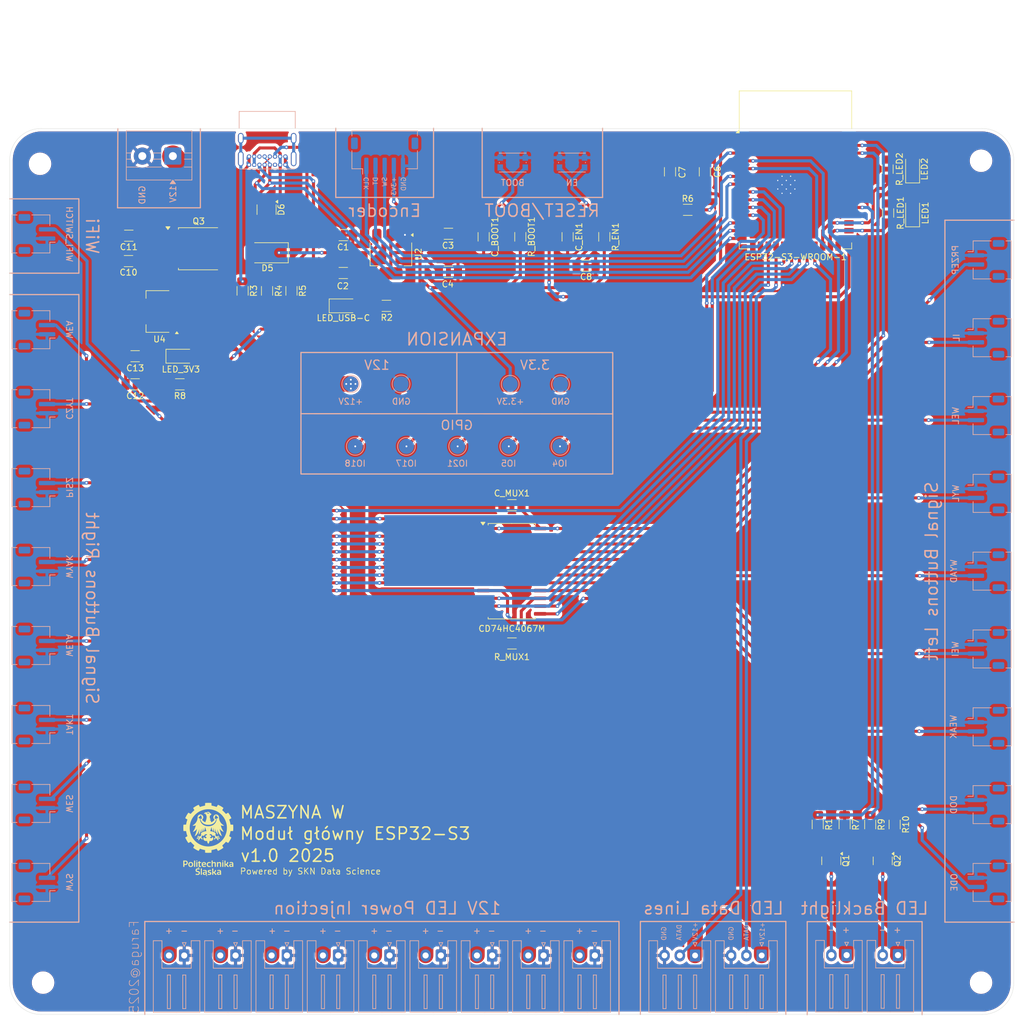
<source format=kicad_pcb>
(kicad_pcb (version 20241229) (generator "pcbnew") (generator_version "9.0")
  (layers (0 "F.Cu" signal) (2 "B.Cu" signal) (13 "F.Paste" user) (15 "B.Paste" user) (5 "F.SilkS" user "F.Silkscreen") (7 "B.SilkS" user "B.Silkscreen") (1 "F.Mask" user) (3 "B.Mask" user) (25 "Edge.Cuts" user))
  (net 0 "")
  (net 1 "S3")
  (net 2 "S1")
  (net 3 "S0")
  (net 4 "S2")
  (net 5 "GND")
  (net 6 "D+")
  (net 7 "D-")
  (net 8 "LED_STRIP_R_DATA")
  (net 9 "GPIO_0")
  (net 10 "EN")
  (net 11 "LED_STRIP_L_DATA")
  (net 12 "COM_MUX")
  (net 13 "PISZ_BTN")
  (net 14 "WYL_BTN")
  (net 15 "ODE_BTN")
  (net 16 "WEAK_BTN")
  (net 17 "WEA_BTN")
  (net 18 "WYAD_BTN")
  (net 19 "WEJA_BTN")
  (net 20 "CZYT_BTN")
  (net 21 "WYAK_BTN")
  (net 22 "WEL_BTN")
  (net 23 "DOD_BTN")
  (net 24 "WES_BTN")
  (net 25 "IL_BTN")
  (net 26 "TAKT_BTN")
  (net 27 "PRZEP_BTN")
  (net 28 "WYS_BTN")
  (net 29 "Net-(J1-SHIELD)")
  (net 30 "Net-(J1-CC2)")
  (net 31 "Net-(J1-CC1)")
  (net 32 "Net-(LED_3V3-A)")
  (net 35 "Net-(LED1-A)")
  (net 36 "Net-(LED2-A)")
  (net 37 "WIFI_SWITCH")
  (net 38 "VBUS")
  (net 39 "+5V")
  (net 40 "+3V3")
  (net 41 "+12V")
  (net 42 "Net-(Q1-G)")
  (net 43 "Net-(Q2-G)")
  (net 44 "LED_MOSFET_1")
  (net 45 "LED_MOSFET_2")
  (net 46 "Net-(LEDS1-Pin_2)")
  (net 47 "Net-(LEDS2-Pin_2)")
  (net 48 "CLK_ENKODER")
  (net 49 "DT_ENKODER")
  (net 50 "SW_ENKODER")
  (net 51 "WEI_BTN")
  (net 52 "IO4")
  (net 53 "IO5")
  (net 54 "IO17")
  (net 55 "IO18")
  (net 56 "IO21")
  (net 57 "Net-(CD74HC4067M1-~{E})")
  (net 68 "Net-(PWR_12V1-Pin_1)")
  (net 72 "Net-(ESP32-S3-WROOM-1-IO47)")
  (net 73 "Net-(ESP32-S3-WROOM-1-IO48)")
  (net 74 "Net-(LED_USB-C1-A)")
  (footprint "Package_TO_SOT_SMD:SOT-223-3_TabPin2" (layer "F.Cu") (at 126.8625 38.5375 -90)
    (property "Reference" "U2")
    (property "Value" "LM1117MP-3.3")
  )
  (footprint "LED_SMD:LED_1206_3216Metric" (layer "F.Cu") (at 92.34 55.2475)
    (property "Reference" "LED_3V3")
    (property "Value" "RED")
  )
  (footprint "Package_TO_SOT_SMD:SOT-23-6" (layer "F.Cu") (at 106.5125 31.2575 -90)
    (property "Reference" "D6")
    (property "Value" "ESDA6V1BC6")
  )
  (footprint "Capacitor_SMD:C_1206_3216Metric_Pad1.33x1.80mm_HandSolder" (layer "F.Cu") (at 85.0075 55.2475)
    (property "Reference" "C13")
    (property "Value" "100nF")
  )
  (footprint "Package_TO_SOT_SMD:TO-252-2" (layer "F.Cu") (at 95.41 37.66)
    (property "Reference" "Q3")
    (property "Value" "IRF4905")
  )
  (footprint "Capacitor_SMD:C_1206_3216Metric_Pad1.33x1.80mm_HandSolder" (layer "F.Cu") (at 85.0075 59.8475)
    (property "Reference" "C12")
    (property "Value" "10uF")
  )
  (footprint "Capacitor_SMD:C_1206_3216Metric_Pad1.33x1.80mm_HandSolder" (layer "F.Cu") (at 83.92 39.6775 180)
    (property "Reference" "C10")
    (property "Value" "10uF")
  )
  (footprint "Capacitor_SMD:C_1206_3216Metric_Pad1.33x1.80mm_HandSolder" (layer "F.Cu") (at 119.07 41.626688)
    (property "Reference" "C2")
    (property "Value" "100nF")
  )
  (footprint "Capacitor_SMD:C_1206_3216Metric_Pad1.33x1.80mm_HandSolder" (layer "F.Cu") (at 178.24 25.0675 90)
    (property "Reference" "C6")
    (property "Value" "100nF")
  )
  (footprint "Package_SO:SOIC-24W_7.5x15.4mm_P1.27mm" (layer "F.Cu") (at 146.64 90.4225)
    (property "Reference" "CD74HC4067M1" (hide yes))
    (property "Value" "CD74HC4067M")
  )
  (footprint "Resistor_SMD:R_1206_3216Metric_Pad1.30x1.75mm_HandSolder" (layer "F.Cu") (at 205.3 131.8775 -90)
    (property "Reference" "R9")
    (property "Value" "100")
  )
  (footprint "Capacitor_SMD:C_1206_3216Metric_Pad1.33x1.80mm_HandSolder" (layer "F.Cu") (at 119.07 35.426688)
    (property "Reference" "C1")
    (property "Value" "10uF")
  )
  (footprint "Resistor_SMD:R_1206_3216Metric_Pad1.30x1.75mm_HandSolder" (layer "F.Cu") (at 102.59 44.5475 -90)
    (property "Reference" "R3")
    (property "Value" "1M")
  )
  (footprint "Resistor_SMD:R_1206_3216Metric_Pad1.30x1.75mm_HandSolder" (layer "F.Cu") (at 161.78 35.7075 90)
    (property "Reference" "R_EN1")
    (property "Value" "10K")
  )
  (footprint "MountingHole:MountingHole_3.2mm_M3" (layer "F.Cu") (at 223.44 23.2575)
    (property "Reference" "H2" (hide yes))
    (property "Value" "MountingHole")
  )
  (footprint "Capacitor_SMD:C_1206_3216Metric_Pad1.33x1.80mm_HandSolder" (layer "F.Cu") (at 142.04 35.7075 90)
    (property "Reference" "C_BOOT1")
    (property "Value" "100nF")
  )
  (footprint "Diode_SMD:D_SMA" (layer "F.Cu") (at 106.5575 38.3175 180)
    (property "Reference" "D5")
    (property "Value" "SS310")
  )
  (footprint "MountingHole:MountingHole_3.2mm_M3" (layer "F.Cu") (at 69.94 157.7575)
    (property "Reference" "H3" (hide yes))
    (property "Value" "MountingHole")
  )
  (footprint "LED_SMD:LED_1206_3216Metric" (layer "F.Cu") (at 212.24 24.6075 90)
    (property "Reference" "LED2")
    (property "Value" "BLUE")
  )
  (footprint "Capacitor_SMD:C_1206_3216Metric_Pad1.33x1.80mm_HandSolder" (layer "F.Cu") (at 146.67 79.6275 180)
    (property "Reference" "C_MUX1")
    (property "Value" "100nF")
  )
  (footprint "Capacitor_SMD:C_1206_3216Metric_Pad1.33x1.80mm_HandSolder" (layer "F.Cu") (at 172.54 25.0675 90)
    (property "Reference" "C7")
    (property "Value" "10uF")
  )
  (footprint "Capacitor_SMD:C_1206_3216Metric_Pad1.33x1.80mm_HandSolder" (layer "F.Cu") (at 83.97 35.5175 180)
    (property "Reference" "C11")
    (property "Value" "100nF")
  )
  (footprint "Capacitor_SMD:C_1206_3216Metric_Pad1.33x1.80mm_HandSolder" (layer "F.Cu") (at 136.28 35.2075)
    (property "Reference" "C3")
    (property "Value" "10uF")
  )
  (footprint "MountingHole:MountingHole_3.2mm_M3" (layer "F.Cu") (at 69.44 23.7575)
    (property "Reference" "H1" (hide yes))
    (property "Value" "MountingHole")
  )
  (footprint "Package_TO_SOT_SMD:SOT-23" (layer "F.Cu") (at 207.35 137.8275 -90)
    (property "Reference" "Q2")
    (property "Value" "AO3400A")
  )
  (footprint "Resistor_SMD:R_1206_3216Metric_Pad1.30x1.75mm_HandSolder" (layer "F.Cu") (at 146.67 102.2575 180)
    (property "Reference" "R_MUX1")
    (property "Value" "10K")
  )
  (footprint "Capacitor_SMD:C_1206_3216Metric_Pad1.33x1.80mm_HandSolder" (layer "F.Cu") (at 208.14 24.6275 90)
    (property "Reference" "R_LED2")
    (property "Value" "75")
  )
  (footprint "RF_Module:ESP32-S3-WROOM-1" (layer "F.Cu") (at 193.07 24.7275)
    (property "Reference" "ESP32-S3-WROOM-1")
    (property "Value" "ESP32-S3-WROOM-1")
  )
  (footprint "Resistor_SMD:R_1206_3216Metric_Pad1.30x1.75mm_HandSolder" (layer "F.Cu") (at 92.32 59.8475)
    (property "Reference" "R8")
    (property "Value" "75")
  )
  (footprint "Package_TO_SOT_SMD:SOT-23" (layer "F.Cu") (at 198.9325 137.8175 -90)
    (property "Reference" "Q1")
    (property "Value" "AO3400A")
  )
  (footprint "Capacitor_SMD:C_1206_3216Metric_Pad1.33x1.80mm_HandSolder" (layer "F.Cu") (at 158.8 40.4275)
    (property "Reference" "C8")
    (property "Value" "1uF")
  )
  (footprint "Resistor_SMD:R_1206_3216Metric_Pad1.30x1.75mm_HandSolder" (layer "F.Cu") (at 209.3 131.8775 -90)
    (property "Reference" "R10")
    (property "Value" "10K")
  )
  (footprint "LED_SMD:LED_1206_3216Metric" (layer "F.Cu") (at 119.05 47.0075)
    (property "Reference" "LED_USB-C")
    (property "Value" "RED")
  )
  (footprint "LED_SMD:LED_1206_3216Metric" (layer "F.Cu") (at 212.24 31.7875 90)
    (property "Reference" "LED1")
    (property "Value" "BLUE")
  )
  (footprint "Resistor_SMD:R_1206_3216Metric_Pad1.30x1.75mm_HandSolder" (layer "F.Cu") (at 196.71 131.8675 -90)
    (property "Reference" "R1")
    (property "Value" "100")
  )
  (footprint "Capacitor_SMD:C_1206_3216Metric_Pad1.33x1.80mm_HandSolder" (layer "F.Cu") (at 155.78 35.7075 90)
    (property "Reference" "C_EN1")
    (property "Value" "100nF")
  )
  (footprint "Resistor_SMD:R_1206_3216Metric_Pad1.30x1.75mm_HandSolder" (layer "F.Cu") (at 201.11 131.8675 -90)
    (property "Reference" "R7")
    (property "Value" "10K")
  )
  (footprint "Capacitor_SMD:C_1206_3216Metric_Pad1.33x1.80mm_HandSolder" (layer "F.Cu") (at 208.24 31.8075 90)
    (property "Reference" "R_LED1")
    (property "Value" "75")
  )
  (footprint "Resistor_SMD:R_1206_3216Metric_Pad1.30x1.75mm_HandSolder" (layer "F.Cu") (at 106.59 44.5475 -90)
    (property "Reference" "R4")
    (property "Value" "5K")
  )
  (footprint "Resistor_SMD:R_1206_3216Metric_Pad1.30x1.75mm_HandSolder" (layer "F.Cu") (at 126.13 47.0075 180)
    (property "Reference" "R2")
    (property "Value" "75")
  )
  (footprint "Capacitor_SMD:C_1206_3216Metric_Pad1.33x1.80mm_HandSolder" (layer "F.Cu") (at 136.28 41.4275)
    (property "Reference" "C4")
    (property "Value" "100nF")
  )
  (footprint "LOGO" (layer "F.Cu") (at 96.98 134.316423)
    (property "Reference" "G***" (hide yes))
    (property "Value" "LOGO" (hide yes))
  )
  (footprint "Resistor_SMD:R_1206_3216Metric_Pad1.30x1.75mm_HandSolder" (layer "F.Cu") (at 110.59 44.5475 -90)
    (property "Reference" "R5")
    (property "Value" "5K")
  )
  (footprint "MountingHole:MountingHole_3.2mm_M3" (layer "F.Cu") (at 223.44 157.7575)
    (property "Reference" "H4" (hide yes))
    (property "Value" "MountingHole")
  )
  (footprint "Resistor_SMD:R_1206_3216Metric_Pad1.30x1.75mm_HandSolder" (layer "F.Cu") (at 148.04 35.7075 90)
    (property "Reference" "R_BOOT1")
    (property "Value" "10K")
  )
  (footprint "Package_TO_SOT_SMD:SOT-223-3_TabPin2" (layer "F.Cu") (at 88.7 47.9275 180)
    (property "Reference" "U4")
    (property "Value" "LM1117MP-3.3")
  )
  (footprint "Resistor_SMD:R_1206_3216Metric_Pad1.30x1.75mm_HandSolder" (layer "F.Cu") (at 175.44 31.2975)
    (property "Reference" "R6")
    (property "Value" "10K")
  )
  (footprint "jst_zh_3_horizontal:JST_ZH_S2B-ZR-SM4A-TF_1x02-1MP_P1.50mm_Horizontal" (layer "B.Cu") (at 224.2475 128.62375 -90)
    (property "Reference" "DOD_BTN1" (hide yes))
    (property "Value" "Conn_01x02_Socket")
  )
  (footprint "Connector_JST:JST_XH_S2B-XH-A_1x02_P2.50mm_Horizontal" (layer "B.Cu") (at 126.64 153.3125 180)
    (property "Reference" "LED_PWR5" (hide yes))
    (property "Value" "Conn_01x02_Socket")
  )
  (footprint "Connector_JST:JST_XH_S2B-XH-A_1x02_P2.50mm_Horizontal" (layer "B.Cu") (at 209.84 153.2575 180)
    (property "Reference" "LEDS2" (hide yes))
    (property "Value" "Conn_01x02_Socket")
  )
  (footprint "jst_zh_3_horizontal:JST_ZH_S2B-ZR-SM4A-TF_1x02-1MP_P1.50mm_Horizontal" (layer "B.Cu") (at 68.94 128.43625 90)
    (property "Reference" "WES_BTN1" (hide yes))
    (property "Value" "Conn_01x02_Socket")
  )
  (footprint "Connector_JST:JST_XH_S2B-XH-A_1x02_P2.50mm_Horizontal" (layer "B.Cu") (at 160.24 153.3125 180)
    (property "Reference" "LED_PWR1" (hide yes))
    (property "Value" "Conn_01x02_Socket")
  )
  (footprint "TestPoint:TestPoint_Pad_D2.5mm" (layer "B.Cu") (at 120.293733 59.7875 90)
    (property "Reference" "J11" (hide yes))
    (property "Value" "Conn_01x01_Socket")
  )
  (footprint "Button_Switch_SMD:SW_Push_1P1T_NO_CK_KMR2" (layer "B.Cu") (at 156.5 23.5575 180)
    (property "Reference" "EN1" (hide yes))
    (property "Value" "SW_MEC_5G")
  )
  (footprint "jst_zh_3_horizontal:JST_ZH_S2B-ZR-SM4A-TF_1x02-1MP_P1.50mm_Horizontal" (layer "B.Cu") (at 224.2525 77.68875 -90)
    (property "Reference" "WYL_BTN1" (hide yes))
    (property "Value" "Conn_01x02_Socket")
  )
  (footprint "Connector_JST:JST_XH_S3B-XH-A_1x03_P2.50mm_Horizontal" (layer "B.Cu") (at 176.64 153.3125 180)
    (property "Reference" "LED_STRIP_L1" (hide yes))
    (property "Value" "Conn_01x03_Socket")
  )
  (footprint "jst_zh_3_horizontal:JST_ZH_S2B-ZR-SM4A-TF_1x02-1MP_P1.50mm_Horizontal" (layer "B.Cu") (at 224.2375 64.955 -90)
    (property "Reference" "WEL_BTN1" (hide yes))
    (property "Value" "Conn_01x02_Socket")
  )
  (footprint "jst_zh_3_horizontal:JST_ZH_S2B-ZR-SM4A-TF_1x02-1MP_P1.50mm_Horizontal" (layer "B.Cu") (at 68.94 76.75125 90)
    (property "Reference" "PISZ_BTN1" (hide yes))
    (property "Value" "Conn_01x02_Socket")
  )
  (footprint "jst_zh_3_horizontal:JST_ZH_S2B-ZR-SM4A-TF_1x02-1MP_P1.50mm_Horizontal" (layer "B.Cu") (at 68.94 89.6725 90)
    (property "Reference" "WYAK_BTN1" (hide yes))
    (property "Value" "Conn_01x02_Socket")
  )
  (footprint "TestPoint:TestPoint_Pad_D2.5mm" (layer "B.Cu") (at 146.383733 59.8275 90)
    (property "Reference" "J15" (hide yes))
    (property "Value" "Conn_01x01_Socket")
  )
  (footprint "Connector_JST:JST_XH_S2B-XH-A_1x02_P2.50mm_Horizontal" (layer "B.Cu") (at 151.84 153.3125 180)
    (property "Reference" "LED_PWR2" (hide yes))
    (property "Value" "Conn_01x02_Socket")
  )
  (footprint "jst_zh_3_horizontal:JST_ZH_S2B-ZR-SM4A-TF_1x02-1MP_P1.50mm_Horizontal" (layer "B.Cu") (at 68.94 63.83 90)
    (property "Reference" "CZYT_BTN1" (hide yes))
    (property "Value" "Conn_01x02_Socket")
  )
  (footprint "Connector_JST:JST_XH_S2B-XH-A_1x02_P2.50mm_Horizontal" (layer "B.Cu") (at 101.44 153.3125 180)
    (property "Reference" "LED_PWR8" (hide yes))
    (property "Value" "Conn_01x02_Socket")
  )
  (footprint "TestPoint:TestPoint_Pad_D2.5mm" (layer "B.Cu") (at 129.406883 69.9975 -90)
    (property "Reference" "J5" (hide yes))
    (property "Value" "Conn_01x01_Socket")
  )
  (footprint "jst_zh_3_horizontal:JST_ZH_S2B-ZR-SM4A-TF_1x02-1MP_P1.50mm_Horizontal" (layer "B.Cu") (at 224.24 90.4225 -90)
    (property "Reference" "WYAD_BTN1" (hide yes))
    (property "Value" "Conn_01x02_Socket")
  )
  (footprint "Connector_JST:JST_XH_S2B-XH-A_1x02_P2.50mm_Horizontal" (layer "B.Cu") (at 143.44 153.3125 180)
    (property "Reference" "LED_PWR3" (hide yes))
    (property "Value" "Conn_01x02_Socket")
  )
  (footprint "TestPoint:TestPoint_Pad_D2.5mm" (layer "B.Cu") (at 154.536558 69.9975 90)
    (property "Reference" "J2" (hide yes))
    (property "Value" "Conn_01x01_Socket")
  )
  (footprint "Connector_JST:JST_ZH_S2B-ZR-SM4A-TF_1x02-1MP_P1.50mm_Horizontal" (layer "B.Cu") (at 68.94 35.2375 90)
    (property "Reference" "WIFI_SWITCH1" (hide yes))
    (property "Value" "Conn_01x02_Socket")
  )
  (footprint "Connector_JST:JST_XH_S2B-XH-A_1x02_P2.50mm_Horizontal" (layer "B.Cu") (at 93.04 153.3125 180)
    (property "Reference" "LED_PWR9" (hide yes))
    (property "Value" "Conn_01x02_Socket")
  )
  (footprint "TestPoint:TestPoint_Pad_D2.5mm" (layer "B.Cu") (at 146.16 69.9975 -90)
    (property "Reference" "J4" (hide yes))
    (property "Value" "Conn_01x01_Socket")
  )
  (footprint "jst_zh_3_horizontal:JST_ZH_S2B-ZR-SM4A-TF_1x02-1MP_P1.50mm_Horizontal" (layer "B.Cu") (at 224.255 115.89 -90)
    (property "Reference" "WEAK_BTN1" (hide yes))
    (property "Value" "Conn_01x02_Socket")
  )
  (footprint "Connector_USB:USB_C_Receptacle_GCT_USB4085" (layer "B.Cu") (at 103.645 23.9225)
    (property "Reference" "J1" (hide yes))
    (property "Value" "USB_C_Receptacle_USB2.0_16P")
  )
  (footprint "Button_Switch_SMD:SW_Push_1P1T_NO_CK_KMR2" (layer "B.Cu") (at 146.8 23.5575 180)
    (property "Reference" "BOOT1" (hide yes))
    (property "Value" "SW_MEC_5G")
  )
  (footprint "jst_zh_3_horizontal:JST_ZH_S2B-ZR-SM4A-TF_1x02-1MP_P1.50mm_Horizontal" (layer "B.Cu") (at 68.94 50.90875 90)
    (property "Reference" "WEA_BTN1" (hide yes))
    (property "Value" "Conn_01x02_Socket")
  )
  (footprint "TestPoint:TestPoint_Pad_D2.5mm" (layer "B.Cu") (at 128.523733 59.7875 90)
    (property "Reference" "J16" (hide yes))
    (property "Value" "Conn_01x01_Socket")
  )
  (footprint "Connector_JST:JST_XH_S2B-XH-A_1x02_P2.50mm_Horizontal" (layer "B.Cu") (at 109.84 153.3125 180)
    (property "Reference" "LED_PWR7" (hide yes))
    (property "Value" "Conn_01x02_Socket")
  )
  (footprint "Connector_JST:JST_XH_S2B-XH-A_1x02_P2.50mm_Horizontal" (layer "B.Cu") (at 118.24 153.3125 180)
    (property "Reference" "LED_PWR6" (hide yes))
    (property "Value" "Conn_01x02_Socket")
  )
  (footprint "jst_zh_3_horizontal:JST_ZH_S2B-ZR-SM4A-TF_1x02-1MP_P1.50mm_Horizontal" (layer "B.Cu") (at 68.94 115.515 90)
    (property "Reference" "TAKT_BTN1" (hide yes))
    (property "Value" "Conn_01x02_Socket")
  )
  (footprint "jst_zh_3_horizontal:JST_ZH_S2B-ZR-SM4A-TF_1x02-1MP_P1.50mm_Horizontal" (layer "B.Cu") (at 68.94 141.3575 90)
    (property "Reference" "WYS_BTN1" (hide yes))
    (property "Value" "Conn_01x02_Socket")
  )
  (footprint "TerminalBlock:TerminalBlock_MaiXu_MX126-5.0-02P_1x02_P5.00mm" (layer "B.Cu") (at 91.18 22.495 180)
    (property "Reference" "PWR_12V1" (hide yes))
    (property "Value" "Conn_01x02_Socket")
  )
  (footprint "jst_zh_3_horizontal:JST_ZH_S2B-ZR-SM4A-TF_1x02-1MP_P1.50mm_Horizontal" (layer "B.Cu") (at 224.245 52.22125 -90)
    (property "Reference" "IL_BTN1" (hide yes))
    (property "Value" "Conn_01x02_Socket")
  )
  (footprint "TestPoint:TestPoint_Pad_D2.5mm" (layer "B.Cu") (at 121.030325 69.9975 -90)
    (property "Reference" "J6" (hide yes))
    (property "Value" "Conn_01x01_Socket")
  )
  (footprint "Connector_JST:JST_XH_S2B-XH-A_1x02_P2.50mm_Horizontal" (layer "B.Cu") (at 135.04 153.3125 180)
    (property "Reference" "LED_PWR4" (hide yes))
    (property "Value" "Conn_01x02_Socket")
  )
  (footprint "jst_zh_3_horizontal:JST_ZH_S2B-ZR-SM4A-TF_1x02-1MP_P1.50mm_Horizontal" (layer "B.Cu") (at 224.25 141.3575 -90)
    (property "Reference" "ODE_BTN1" (hide yes))
    (property "Value" "Conn_01x02_Socket")
  )
  (footprint "jst_zh_3_horizontal:JST_ZH_S2B-ZR-SM4A-TF_1x02-1MP_P1.50mm_Horizontal" (layer "B.Cu") (at 224.2425 103.15625 -90)
    (property "Reference" "WEI_BTN1" (hide yes))
    (property "Value" "Conn_01x02_Socket")
  )
  (footprint "TestPoint:TestPoint_Pad_D2.5mm" (layer "B.Cu") (at 137.783442 69.9975 90)
    (property "Reference" "J7" (hide yes))
    (property "Value" "Conn_01x01_Socket")
  )
  (footprint "Connector_JST:JST_ZH_S5B-ZR-SM4A-TF_1x05-1MP_P1.50mm_Horizontal" (layer "B.Cu") (at 125.84 22.4575)
    (property "Reference" "ENKODER1" (hide yes))
    (property "Value" "Conn_01x05_Socket")
  )
  (footprint "Connector_JST:JST_XH_S2B-XH-A_1x02_P2.50mm_Horizontal" (layer "B.Cu") (at 201.44 153.2575 180)
    (property "Reference" "LEDS1" (hide yes))
    (property "Value" "Conn_01x02_Socket")
  )
  (footprint "jst_zh_3_horizontal:JST_ZH_S2B-ZR-SM4A-TF_1x02-1MP_P1.50mm_Horizontal" (layer "B.Cu") (at 68.94 102.59375 90)
    (property "Reference" "WEJA_BTN1" (hide yes))
    (property "Value" "Conn_01x02_Socket")
  )
  (footprint "jst_zh_3_horizontal:JST_ZH_S2B-ZR-SM4A-TF_1x02-1MP_P1.50mm_Horizontal" (layer "B.Cu") (at 224.2575 39.4875 -90)
    (property "Reference" "PRZEP_BTN1" (hide yes))
    (property "Value" "Conn_01x02_Socket")
  )
  (footprint "TestPoint:TestPoint_Pad_D2.5mm" (layer "B.Cu") (at 154.613733 59.8275 90)
    (property "Reference" "J12" (hide yes))
    (property "Value" "Conn_01x01_Socket")
  )
  (footprint "Connector_JST:JST_XH_S3B-XH-A_1x03_P2.50mm_Horizontal" (layer "B.Cu") (at 187.54 153.3125 180)
    (property "Reference" "LED_STRIP_L2" (hide yes))
    (property "Value" "Conn_01x03_Socket")
  )
  (gr_line (start 164.19 147.7575) (end 164.19 162.9725) (stroke (width 0.2)) (layer "B.SilkS"))
  (gr_line (start 191.49 162.9575) (end 191.490079 147.7575) (stroke (width 0.2)) (layer "B.SilkS"))
  (gr_line (start 213.79 163.0025) (end 213.790079 147.7775) (stroke (width 0.2)) (layer "B.SilkS"))
  (gr_line (start 137.65 64.6675) (end 137.653733 54.6375) (stroke (width 0.2)) (layer "B.SilkS"))
  (gr_line (start 75.7975 45.1587) (end 75.79 147.8575) (stroke (width 0.2)) (layer "B.SilkS"))
  (gr_line (start 167.69 147.7575) (end 191.490079 147.7575) (stroke (width 0.2)) (layer "B.SilkS"))
  (gr_line (start 217.525 147.8575) (end 228.84 147.8575) (stroke (width 0.2)) (layer "B.SilkS"))
  (gr_line (start 75.79 147.8575) (end 64.4825 147.8575) (stroke (width 0.2)) (layer "B.SilkS"))
  (gr_line (start 161.5 29.2575) (end 141.8 29.2575) (stroke (width 0.2)) (layer "B.SilkS"))
  (gr_line (start 213.79 147.7775) (end 194.990079 147.7775) (stroke (width 0.2)) (layer "B.SilkS"))
  (gr_line (start 82.13 30.9575) (end 82.18 18.0125) (stroke (width 0.2)) (layer "B.SilkS"))
  (gr_line (start 75.7975 29.4875) (end 75.7975 41.6587) (stroke (width 0.2)) (layer "B.SilkS"))
  (gr_line (start 86.59 162.9725) (end 86.59 147.7575) (stroke (width 0.2)) (layer "B.SilkS"))
  (gr_line (start 141.8 29.2575) (end 141.8 17.9425) (stroke (width 0.2)) (layer "B.SilkS"))
  (gr_line (start 161.5 29.2575) (end 161.5 17.9425) (stroke (width 0.2)) (layer "B.SilkS"))
  (gr_line (start 167.69 162.9575) (end 167.69 147.7575) (stroke (width 0.2)) (layer "B.SilkS"))
  (gr_rect (start 112.143733 54.6375) (end 163.163733 74.5175) (stroke (width 0.2)) (fill no) (layer "B.SilkS"))
  (gr_line (start 133.84 29.2575) (end 117.84 29.2575) (stroke (width 0.2)) (layer "B.SilkS"))
  (gr_line (start 86.59 147.7575) (end 164.19 147.7575) (stroke (width 0.2)) (layer "B.SilkS"))
  (gr_line (start 95.68 30.9575) (end 95.68 18.0125) (stroke (width 0.2)) (layer "B.SilkS"))
  (gr_line (start 75.7975 41.6587) (end 64.4825 41.6587) (stroke (width 0.2)) (layer "B.SilkS"))
  (gr_line (start 75.7975 29.4875) (end 64.4825 29.4875) (stroke (width 0.2)) (layer "B.SilkS"))
  (gr_line (start 75.7975 45.1587) (end 64.4825 45.1587) (stroke (width 0.2)) (layer "B.SilkS"))
  (gr_line (start 194.99 163.0025) (end 194.990079 147.7775) (stroke (width 0.2)) (layer "B.SilkS"))
  (gr_line (start 217.525 32.9875) (end 228.8325 32.9875) (stroke (width 0.2)) (layer "B.SilkS"))
  (gr_line (start 133.84 29.2575) (end 133.84 17.9425) (stroke (width 0.2)) (layer "B.SilkS"))
  (gr_line (start 217.525 147.8575) (end 217.525 32.9875) (stroke (width 0.2)) (layer "B.SilkS"))
  (gr_line (start 95.63 30.9575) (end 82.13 30.9575) (stroke (width 0.2)) (layer "B.SilkS"))
  (gr_line (start 112.138733 64.6525) (end 163.168733 64.6825) (stroke (width 0.2)) (layer "B.SilkS"))
  (gr_line (start 117.84 29.2575) (end 117.84 17.9425) (stroke (width 0.2)) (layer "B.SilkS"))
  (gr_arc (start 69.64 162.9725) (mid 65.9984 161.4616) (end 64.49 157.82) (stroke (width 0.05)) (layer "Edge.Cuts"))
  (gr_arc (start 64.49 23.12) (mid 66 19.4784) (end 69.6416 17.9725) (stroke (width 0.05)) (layer "Edge.Cuts"))
  (gr_line (start 223.64 162.972498) (end 69.64 162.9725) (stroke (width 0.05)) (layer "Edge.Cuts"))
  (gr_line (start 64.49 157.8182) (end 64.49 23.12) (stroke (width 0.05)) (layer "Edge.Cuts"))
  (gr_line (start 228.79 23.1516) (end 228.79 157.82) (stroke (width 0.05)) (layer "Edge.Cuts"))
  (gr_line (start 69.6416 17.972501) (end 223.6384 17.972501) (stroke (width 0.05)) (layer "Edge.Cuts"))
  (gr_arc (start 223.6384 17.9725) (mid 227.28 19.51) (end 228.79 23.1516) (stroke (width 0.05)) (layer "Edge.Cuts"))
  (gr_arc (start 228.79 157.82) (mid 227.2816 161.4616) (end 223.64 162.9725) (stroke (width 0.05)) (layer "Edge.Cuts"))
  (gr_text "v1.0 2025 " (at 102.1 138.1475 0) (layer "F.SilkS") (effects (font (size 2 2) (thickness 0.25) (bold yes)) (justify left bottom)))
  (gr_text "Powered by SKN Data Science" (at 102.09 139.5375 0) (layer "F.SilkS") (effects (font (size 1 1) (thickness 0.125)) (justify left)))
  (gr_text "Moduł główny ESP32-S3" (at 102 134.5475 0) (layer "F.SilkS") (effects (font (size 2 2) (thickness 0.25) (bold yes)) (justify left bottom)))
  (gr_text "MASZYNA W" (at 102 131.0475 0) (layer "F.SilkS") (effects (font (size 2 2) (thickness 0.25) (bold yes)) (justify left bottom)))
  (gr_text "CD74HC4067M\n" (at 146.65 99.8275 0) (layer "F.SilkS") (effects (font (size 1 1))))
  (gr_text "LED Backlight\n" (at 204.39004 146.7775 0) (layer "B.SilkS") (effects (font (size 2 2) (thickness 0.25)) (justify bottom mirror)))
  (gr_text "SW\n" (at 125.84 26.700358 90) (layer "B.SilkS") (effects (font (size 0.75 0.75) (thickness 0.1)) (justify mirror)))
  (gr_text "IO4\n" (at 154.489366 72.7975 0) (layer "B.SilkS") (effects (font (size 1 1)) (justify mirror)))
  (gr_text "+" (at 90.54 149.2575 0) (layer "B.SilkS") (effects (font (size 1 1)) (justify mirror)))
  (gr_text "+" (at 107.44 149.2575 0) (layer "B.SilkS") (effects (font (size 1 1)) (justify mirror)))
  (gr_text "Encoder\n" (at 125.84 30.2575 0) (layer "B.SilkS") (effects (font (size 2 2) (thickness 0.25)) (justify top mirror)))
  (gr_text "Signal Buttons Left" (at 216.525 90.4225 90) (layer "B.SilkS") (effects (font (size 2 2) (thickness 0.25)) (justify bottom mirror)))
  (gr_text "TAKT" (at 74.23 115.5175 270) (layer "B.SilkS") (effects (font (size 1 1)) (justify mirror)))
  (gr_text "+3.3V" (at 146.423733 62.6575 0) (layer "B.SilkS") (effects (font (size 1 1)) (justify mirror)))
  (gr_text "+12V\n" (at 187.64 149.361071 90) (layer "B.SilkS") (effects (font (size 0.75 0.75) (thickness 0.1)) (justify mirror)))
  (gr_text "+" (at 209.74 149.2575 180) (layer "B.SilkS") (effects (font (size 1 1)) (justify mirror)))
  (gr_text "IO18" (at 121.010633 72.7975 0) (layer "B.SilkS") (effects (font (size 1 1)) (justify mirror)))
  (gr_text "PISZ" (at 74.23 76.7475 270) (layer "B.SilkS") (effects (font (size 1 1)) (justify mirror)))
  (gr_text "3.3V" (at 150.433733 55.8175 0) (layer "B.SilkS") (effects (font (size 1.5 1.5) (thickness 0.2)) (justify top mirror)))
  (gr_text "WYL\n" (at 219.31 77.6775 90) (layer "B.SilkS") (effects (font (size 1 1)) (justify mirror)))
  (gr_text "ODE" (at 219.04 141.3675 90) (layer "B.SilkS") (effects (font (size 1 1)) (justify mirror)))
  (gr_text "RESET/BOOT" (at 151.6 30.2575 0) (layer "B.SilkS") (effects (font (size 2 2) (thickness 0.25)) (justify top mirror)))
  (gr_text "WEI\n" (at 219.24 103.1675 90) (layer "B.SilkS") (effects (font (size 1 1)) (justify mirror)))
  (gr_text "+" (at 115.74 149.2575 0) (layer "B.SilkS") (effects (font (size 1 1)) (justify mirror)))
  (gr_text "EXPANSION" (at 137.653733 53.6375 0) (layer "B.SilkS") (effects (font (size 2 2) (thickness 0.25)) (justify bottom mirror)))
  (gr_text "GPIO\n" (at 137.653733 65.6675 0) (layer "B.SilkS") (effects (font (size 1.5 1.5) (thickness 0.2)) (justify top mirror)))
  (gr_text "EN" (at 156.5 26.8575 -0) (layer "B.SilkS") (effects (font (size 1 1)) (justify mirror)))
  (gr_text "+" (at 157.74 149.2575 0) (layer "B.SilkS") (effects (font (size 1 1)) (justify mirror)))
  (gr_text "+3V3" (at 127.34 27.414643 90) (layer "B.SilkS") (effects (font (size 0.75 0.75) (thickness 0.1)) (justify mirror)))
  (gr_text "+12V\n" (at 120.293733 62.6575 0) (layer "B.SilkS") (effects (font (size 1 1)) (justify mirror)))
  (gr_text "-\n" (at 151.74 149.2575 0) (layer "B.SilkS") (effects (font (size 1 1)) (justify mirror)))
  (gr_text "-\n" (at 109.84 149.2575 0) (layer "B.SilkS") (effects (font (size 1 1)) (justify mirror)))
  (gr_text "Faruga@2025" (at 84.86 155.1875 90) (layer "B.SilkS") (effects (font (size 1.5 1.5) (thickness 0.1)) (justify mirror)))
  (gr_text "WYAD" (at 218.98 90.4275 90) (layer "B.SilkS") (effects (font (size 1 1)) (justify mirror)))
  (gr_text "PRZEP" (at 219.24 39.4975 90) (layer "B.SilkS") (effects (font (size 1 1)) (justify mirror)))
  (gr_text "WYS\n" (at 74.23 141.3375 270) (layer "B.SilkS") (effects (font (size 1 1)) (justify mirror)))
  (gr_text "-\n" (at 160.14 149.2575 0) (layer "B.SilkS") (effects (font (size 1 1)) (justify mirror)))
  (gr_text "-\n" (at 118.14 149.2575 0) (layer "B.SilkS") (effects (font (size 1 1)) (justify mirror)))
  (gr_text "IO21" (at 137.75 72.7975 0) (layer "B.SilkS") (effects (font (size 1 1)) (justify mirror)))
  (gr_text "-\n" (at 143.34 149.2575 0) (layer "B.SilkS") (effects (font (size 1 1)) (justify mirror)))
  (gr_text "WES" (at 74.23 128.4575 270) (layer "B.SilkS") (effects (font (size 1 1)) (justify mirror)))
  (gr_text "LED Data Lines" (at 179.645036 146.7575 0) (layer "B.SilkS") (effects (font (size 2 2) (thickness 0.25)) (justify bottom mirror)))
  (gr_text "GND\n" (at 86.16 28.8675 90) (layer "B.SilkS") (effects (font (size 1 1)) (justify mirror)))
  (gr_text "-\n" (at 126.54 149.2575 0) (layer "B.SilkS") (effects (font (size 1 1)) (justify mirror)))
  (gr_text "GND\n" (at 171.54 149.718214 90) (layer "B.SilkS") (effects (font (size 0.75 0.75) (thickness 0.1)) (justify mirror)))
  (gr_text "DATA\n\n" (at 185.64 149.5575 90) (layer "B.SilkS") (effects (font (size 0.75 0.75) (thickness 0.1)) (justify mirror)))
  (gr_text "IL" (at 219.41 52.2275 90) (layer "B.SilkS") (effects (font (size 1 1)) (justify mirror)))
  (gr_text "WEAK" (at 218.93 115.8975 90) (layer "B.SilkS") (effects (font (size 1 1)) (justify mirror)))
  (gr_text "-\n" (at 207.34 149.2575 180) (layer "B.SilkS") (effects (font (size 1 1)) (justify mirror)))
  (gr_text "CLK\n" (at 122.84 26.968215 90) (layer "B.SilkS") (effects (font (size 0.75 0.75) (thickness 0.1)) (justify mirror)))
  (gr_text "+12V\n" (at 176.64 149.361071 90) (layer "B.SilkS") (effects (font (size 0.75 0.75) (thickness 0.1)) (justify mirror)))
  (gr_text "DOD" (at 218.97 128.6275 90) (layer "B.SilkS") (effects (font (size 1 1)) (justify mirror)))
  (gr_text "-\n" (at 93.04 149.2575 0) (layer "B.SilkS") (effects (font (size 1 1)) (justify mirror)))
  (gr_text "WEA\n" (at 74.23 50.8875 270) (layer "B.SilkS") (effects (font (size 1 1)) (justify mirror)))
  (gr_text "12V LED Power Injection " (at 125.49 146.7575 0) (layer "B.SilkS") (effects (font (size 2 2) (thickness 0.25)) (justify bottom mirror)))
  (gr_text "WiFi" (at 76.7975 35.5731 270) (layer "B.SilkS") (effects (font (size 2 2) (thickness 0.25)) (justify bottom mirror)))
  (gr_text "-\n" (at 198.94 149.2575 180) (layer "B.SilkS") (effects (font (size 1 1)) (justify mirror)))
  (gr_text "CZYT\n" (at 74.23 63.8275 270) (layer "B.SilkS") (effects (font (size 1 1)) (justify mirror)))
  (gr_text "+" (at 98.94 149.2575 0) (layer "B.SilkS") (effects (font (size 1 1)) (justify mirror)))
  (gr_text "WIFI_SWITCH\n" (at 74.23 35.2675 270) (layer "B.SilkS") (effects (font (size 1 1)) (justify mirror)))
  (gr_text "WEJA" (at 74.23 102.5775 270) (layer "B.SilkS") (effects (font (size 1 1)) (justify mirror)))
  (gr_text "-\n" (at 101.34 149.2575 0) (layer "B.SilkS") (effects (font (size 1 1)) (justify mirror)))
  (gr_text "DT\n" (at 124.34 26.575358 90) (layer "B.SilkS") (effects (font (size 0.75 0.75) (thickness 0.1)) (justify mirror)))
  (gr_text "GND\n" (at 154.633733 62.6575 0) (layer "B.SilkS") (effects (font (size 1 1)) (justify mirror)))
  (gr_text "WEL" (at 219.28 64.9675 90) (layer "B.SilkS") (effects (font (size 1 1)) (justify mirror)))
  (gr_text "GND\n" (at 128.94 27.0575 90) (layer "B.SilkS") (effects (font (size 0.75 0.75) (thickness 0.1)) (justify mirror)))
  (gr_text "+" (at 124.14 149.2575 0) (layer "B.SilkS") (effects (font (size 1 1)) (justify mirror)))
  (gr_text "WYAK" (at 74.23 89.6675 270) (layer "B.SilkS") (effects (font (size 1 1)) (justify mirror)))
  (gr_text "DATA\n\n" (at 174.64 149.5575 90) (layer "B.SilkS") (effects (font (size 0.75 0.75) (thickness 0.1)) (justify mirror)))
  (gr_text "IO5\n" (at 146.119683 72.7975 0) (layer "B.SilkS") (effects (font (size 1 1)) (justify mirror)))
  (gr_text "-\n" (at 134.94 149.2575 0) (layer "B.SilkS") (effects (font (size 1 1)) (justify mirror)))
  (gr_text "+" (at 149.34 149.2575 0) (layer "B.SilkS") (effects (font (size 1 1)) (justify mirror)))
  (gr_text "+" (at 140.94 149.2575 0) (layer "B.SilkS") (effects (font (size 1 1)) (justify mirror)))
  (gr_text "12V\n" (at 91.21 28.7175 90) (layer "B.SilkS") (effects (font (size 1 1)) (justify mirror)))
  (gr_text "+" (at 201.34 149.2575 180) (layer "B.SilkS") (effects (font (size 1 1)) (justify mirror)))
  (gr_text "12V" (at 124.573733 55.8175 0) (layer "B.SilkS") (effects (font (size 1.5 1.5) (thickness 0.2)) (justify top mirror)))
  (gr_text "BOOT" (at 146.8 26.8575 -0) (layer "B.SilkS") (effects (font (size 1 1)) (justify mirror)))
  (gr_text "GND\n" (at 128.563733 62.6575 0) (layer "B.SilkS") (effects (font (size 1 1)) (justify mirror)))
  (gr_text "+" (at 132.54 149.2575 0) (layer "B.SilkS") (effects (font (size 1 1)) (justify mirror)))
  (gr_text "IO17" (at 129.380316 72.7975 0) (layer "B.SilkS") (effects (font (size 1 1)) (justify mirror)))
  (gr_text "GND\n" (at 182.54 149.718214 90) (layer "B.SilkS") (effects (font (size 0.75 0.75) (thickness 0.1)) (justify mirror)))
  (gr_text "Signal Buttons Right" (at 76.79375 96.5081 270) (layer "B.SilkS") (effects (font (size 2 2) (thickness 0.25)) (justify bottom mirror)))
  (segment (start 173.3975 126.48) (end 172.56 125.6425) (width 2.54) (layer "F.Cu") (net 0))
  (segment (start 172.56 125.6425) (end 172.43 125.6425) (width 2.54) (layer "F.Cu") (net 0))
  (segment (start 176.3575 129.435) (end 173.4025 126.48) (width 2.54) (layer "F.Cu") (net 0))
  (segment (start 180.1625 112.39) (end 180.1625 125.63) (width 2.54) (layer "F.Cu") (net 0))
  (segment (start 168.7075 129.365) (end 165 125.6575) (width 2.54) (layer "F.Cu") (net 0))
  (segment (start 165 125.6575) (end 165 112.4025) (width 2.54) (layer "F.Cu") (net 0))
  (segment (start 172.43 125.6425) (end 168.7075 129.365) (width 2.54) (layer "F.Cu") (net 0))
  (segment (start 180.1625 125.63) (end 176.3575 129.435) (width 2.54) (layer "F.Cu") (net 0))
  (segment (start 151.29 97.4075) (end 154.06 97.4075) (width 0.5) (layer "F.Cu") (net 1))
  (segment (start 194.98 37.2175) (end 194.93 37.2675) (width 0.5) (layer "F.Cu") (net 1))
  (segment (start 195 40.1075) (end 194.98 40.0875) (width 0.5) (layer "F.Cu") (net 1))
  (segment (start 194.98 40.0875) (end 194.98 37.2175) (width 0.5) (layer "F.Cu") (net 1))
  (segment (start 154.06 97.4075) (end 154.07 97.3975) (width 0.5) (layer "F.Cu") (net 1))
  (via (at 154.11 97.3975) (size 0.6) (drill 0.3) (layers "F.Cu" "B.Cu") (net 1))
  (via (at 195 40.1075) (size 0.6) (drill 0.3) (layers "F.Cu" "B.Cu") (net 1))
  (segment (start 184.85 44.9675) (end 187.11 42.7075) (width 0.5) (layer "B.Cu") (net 1))
  (segment (start 187.11 42.7075) (end 192.4 42.7075) (width 0.5) (layer "B.Cu") (net 1))
  (segment (start 154.11 97.3975) (end 184.85 66.6575) (width 0.5) (layer "B.Cu") (net 1))
  (segment (start 192.4 42.7075) (end 195 40.1075) (width 0.5) (layer "B.Cu") (net 1))
  (segment (start 184.85 66.6575) (end 184.85 44.9675) (width 0.5) (layer "B.Cu") (net 1))
  (segment (start 192.44 37.2175) (end 192.45 37.2075) (width 0.5) (layer "F.Cu") (net 2))
  (segment (start 192.45 40.0975) (end 192.44 40.0875) (width 0.5) (layer "F.Cu") (net 2))
  (segment (start 192.44 40.0875) (end 192.44 37.2175) (width 0.5) (layer "F.Cu") (net 2))
  (segment (start 141.99 96.1375) (end 144.57 96.1375) (width 0.5) (layer "F.Cu") (net 2))
  (via (at 144.57 96.1375) (size 0.6) (drill 0.3) (layers "F.Cu" "B.Cu") (net 2))
  (via (at 192.45 40.1075) (size 0.6) (drill 0.3) (layers "F.Cu" "B.Cu") (net 2))
  (segment (start 152.715 96.1375) (end 183.05 65.8025) (width 0.5) (layer "B.Cu") (net 2))
  (segment (start 191.65 40.9075) (end 192.45 40.1075) (width 0.5) (layer "B.Cu") (net 2))
  (segment (start 144.57 96.1375) (end 152.715 96.1375) (width 0.5) (layer "B.Cu") (net 2))
  (segment (start 183.05 65.8025) (end 183.05 44.0775) (width 0.5) (layer "B.Cu") (net 2))
  (segment (start 183.05 44.0775) (end 186.22 40.9075) (width 0.5) (layer "B.Cu") (net 2))
  (segment (start 186.22 40.9075) (end 191.65 40.9075) (width 0.5) (layer "B.Cu") (net 2))
  (segment (start 190.8 40.0875) (end 190.92 40.0875) (width 0.5) (layer "F.Cu") (net 3))
  (segment (start 191.16 37.2275) (end 191.18 37.2075) (width 0.5) (layer "F.Cu") (net 3))
  (segment (start 191.16 39.8475) (end 191.16 37.2275) (width 0.5) (layer "F.Cu") (net 3))
  (segment (start 141.99 94.8675) (end 144.59 94.8675) (width 0.5) (layer "F.Cu") (net 3))
  (segment (start 190.92 40.0875) (end 191.16 39.8475) (width 0.5) (layer "F.Cu") (net 3))
  (via (at 144.57 94.8675) (size 0.6) (drill 0.3) (layers "F.Cu" "B.Cu") (net 3))
  (via (at 190.83 40.1075) (size 0.6) (drill 0.3) (layers "F.Cu" "B.Cu") (net 3))
  (segment (start 190.67 40.0075) (end 185.84 40.0075) (width 0.5) (layer "B.Cu") (net 3))
  (segment (start 182.15 65.4075) (end 152.69 94.8675) (width 0.5) (layer "B.Cu") (net 3))
  (segment (start 182.15 43.6975) (end 182.15 65.4075) (width 0.5) (layer "B.Cu") (net 3))
  (segment (start 190.75 40.0875) (end 190.67 40.0075) (width 0.5) (layer "B.Cu") (net 3))
  (segment (start 185.84 40.0075) (end 182.15 43.6975) (width 0.5) (layer "B.Cu") (net 3))
  (segment (start 152.69 94.8675) (end 144.57 94.8675) (width 0.5) (layer "B.Cu") (net 3))
  (segment (start 193.71 40.1075) (end 193.71 37.2175) (width 0.5) (layer "F.Cu") (net 4))
  (segment (start 193.71 37.2175) (end 193.72 37.2075) (width 0.5) (layer "F.Cu") (net 4))
  (segment (start 151.29 96.1375) (end 154.11 96.1375) (width 0.5) (layer "F.Cu") (net 4))
  (via (at 193.71 40.1075) (size 0.6) (drill 0.3) (layers "F.Cu" "B.Cu") (net 4))
  (via (at 154.11 96.1375) (size 0.6) (drill 0.3) (layers "F.Cu" "B.Cu") (net 4))
  (segment (start 186.69 41.8075) (end 183.95 44.5475) (width 0.5) (layer "B.Cu") (net 4))
  (segment (start 192.01 41.8075) (end 186.69 41.8075) (width 0.5) (layer "B.Cu") (net 4))
  (segment (start 183.95 66.2175) (end 154.11 96.0575) (width 0.5) (layer "B.Cu") (net 4))
  (segment (start 183.95 44.5475) (end 183.95 66.2175) (width 0.5) (layer "B.Cu") (net 4))
  (segment (start 193.71 40.1075) (end 192.01 41.8075) (width 0.5) (layer "B.Cu") (net 4))
  (segment (start 154.11 96.0575) (end 154.11 96.1375) (width 0.5) (layer "B.Cu") (net 4))
  (segment (start 109.595 23.9225) (end 109.595 22.5725) (width 0.5) (layer "F.Cu") (net 5))
  (segment (start 103.645 23.9225) (end 103.645 22.5725) (width 0.5) (layer "F.Cu") (net 5))
  (via (at 129.1625 35.3875) (size 0.6) (drill 0.3) (layers "F.Cu" "B.Cu") (net 5))
  (via (at 191.08 43.61) (size 0.6) (drill 0.3) (layers "F.Cu" "B.Cu") (net 5))
  (segment (start 104.65 27.1775) (end 104.92 26.9075) (width 0.5) (layer "F.Cu") (net 6))
  (segment (start 105.5625 32.395) (end 104.65 31.4825) (width 0.5) (layer "F.Cu") (net 6))
  (segment (start 106.195 23.6725) (end 106.195 23.9225) (width 0.2) (layer "F.Cu") (net 6))
  (segment (start 182.39 35.9775) (end 182.37 35.9575) (width 0.5) (layer "F.Cu") (net 6))
  (segment (start 104.65 31.4825) (end 104.65 27.1775) (width 0.5) (layer "F.Cu") (net 6))
  (segment (start 106.195 25.6425) (end 106.195 23.9225) (width 0.5) (layer "F.Cu") (net 6))
  (segment (start 104.93 26.9075) (end 106.195 25.6425) (width 0.5) (layer "F.Cu") (net 6))
  (segment (start 107.045 22.5725) (end 107.045 22.8225) (width 0.2) (layer "F.Cu") (net 6))
  (segment (start 184.32 35.9775) (end 182.39 35.9775) (width 0.5) (layer "F.Cu") (net 6))
  (segment (start 107.045 22.8225) (end 106.195 23.6725) (width 0.2) (layer "F.Cu") (net 6))
  (segment (start 104.92 26.9075) (end 104.93 26.9075) (width 0.5) (layer "F.Cu") (net 6))
  (via (at 182.39 35.9575) (size 0.6) (drill 0.3) (layers "F.Cu" "B.Cu") (net 6))
  (via (at 104.92 26.9075) (size 0.6) (drill 0.3) (layers "F.Cu" "B.Cu") (net 6))
  (segment (start 175.92 42.4075) (end 182.37 35.9575) (width 0.5) (layer "B.Cu") (net 6))
  (segment (start 104.92 26.9075) (end 105.82 27.8075) (width 0.5) (layer "B.Cu") (net 6))
  (segment (start 105.82 27.8075) (end 112.7 27.8075) (width 0.5) (layer "B.Cu") (net 6))
  (segment (start 112.7 27.8075) (end 127.3 42.4075) (width 0.5) (layer "B.Cu") (net 6))
  (segment (start 127.3 42.4075) (end 175.92 42.4075) (width 0.5) (layer "B.Cu") (net 6))
  (segment (start 184.31 34.6975) (end 184.32 34.7075) (width 0.5) (layer "F.Cu") (net 7))
  (segment (start 182.3 34.6975) (end 184.31 34.6975) (width 0.5) (layer "F.Cu") (net 7))
  (segment (start 105.5625 30.12) (end 105.5625 28.39) (width 0.5) (layer "F.Cu") (net 7))
  (segment (start 107.045 26.9075) (end 107.045 23.9225) (width 0.5) (layer "F.Cu") (net 7))
  (segment (start 105.5625 28.39) (end 107.045 26.9075) (width 0.5) (layer "F.Cu") (net 7))
  (via (at 182.39 34.6975) (size 0.6) (drill 0.3) (layers "F.Cu" "B.Cu") (net 7))
  (via (at 107.045 26.9075) (size 0.6) (drill 0.3) (layers "F.Cu" "B.Cu") (net 7))
  (segment (start 127.71 41.5075) (end 175.49 41.5075) (width 0.5) (layer "B.Cu") (net 7))
  (segment (start 175.49 41.5075) (end 182.3 34.6975) (width 0.5) (layer "B.Cu") (net 7))
  (segment (start 107.045 23.6625) (end 107.045 23.9225) (width 0.2) (layer "B.Cu") (net 7))
  (segment (start 106.195 22.5725) (end 106.195 22.8125) (width 0.2) (layer "B.Cu") (net 7))
  (segment (start 106.195 22.8125) (end 107.045 23.6625) (width 0.2) (layer "B.Cu") (net 7))
  (segment (start 113.11 26.9075) (end 127.71 41.5075) (width 0.5) (layer "B.Cu") (net 7))
  (segment (start 107.045 26.9075) (end 113.11 26.9075) (width 0.5) (layer "B.Cu") (net 7))
  (segment (start 188.625 43.4825) (end 188.625 37.2275) (width 0.5) (layer "F.Cu") (net 8))
  (via (at 188.6 43.6075) (size 0.6) (drill 0.3) (layers "F.Cu" "B.Cu") (net 8))
  (segment (start 185.75 67.0975) (end 185.75 45.3775) (width 0.5) (layer "B.Cu") (net 8))
  (segment (start 184.13 143.3225) (end 184.13 68.7175) (width 0.5) (layer "B.Cu") (net 8))
  (segment (start 174.14 153.3125) (end 184.13 143.3225) (width 0.5) (layer "B.Cu") (net 8))
  (segment (start 185.75 45.3775) (end 187.52 43.6075) (width 0.5) (layer "B.Cu") (net 8))
  (segment (start 187.52 43.6075) (end 188.5 43.6075) (width 0.5) (layer "B.Cu") (net 8))
  (segment (start 184.13 68.7175) (end 185.75 67.0975) (width 0.5) (layer "B.Cu") (net 8))
  (segment (start 152.76 35.3875) (end 151.53 34.1575) (width 0.5) (layer "F.Cu") (net 9))
  (segment (start 142.04 33.1175) (end 145 30.1575) (width 0.5) (layer "F.Cu") (net 9))
  (segment (start 200.26 45.5175) (end 201.82 43.9575) (width 0.5) (layer "F.Cu") (net 9))
  (segment (start 148.04 33.1975) (end 148.04 34.1575) (width 0.5) (layer "F.Cu") (net 9))
  (segment (start 155.05 45.5175) (end 200.26 45.5175) (width 0.5) (layer "F.Cu") (net 9))
  (segment (start 145 30.1575) (end 148.04 33.1975) (width 0.5) (layer "F.Cu") (net 9))
  (segment (start 201.82 43.9575) (end 201.82 35.9775) (width 0.5) (layer "F.Cu") (net 9))
  (segment (start 142.04 34.145) (end 142.04 33.1175) (width 0.5) (layer "F.Cu") (net 9))
  (segment (start 152.76 43.1975) (end 152.76 35.3875) (width 0.5) (layer "F.Cu") (net 9))
  (segment (start 151.53 34.1575) (end 148.04 34.1575) (width 0.5) (layer "F.Cu") (net 9))
  (via (at 152.76 43.1975) (size 0.6) (drill 0.3) (layers "F.Cu" "B.Cu") (net 9))
  (via (at 145 30.1575) (size 0.6) (drill 0.3) (layers "F.Cu" "B.Cu") (net 9))
  (via (at 155.05 45.5175) (size 0.6) (drill 0.3) (layers "F.Cu" "B.Cu") (net 9))
  (segment (start 146.8 28.3575) (end 146.8 26.4575) (width 0.5) (layer "B.Cu") (net 9))
  (segment (start 144.75 24.4075) (end 146.8 26.4575) (width 0.5) (layer "B.Cu") (net 9))
  (segment (start 154.01 45.5175) (end 152.76 44.2675) (width 0.5) (layer "B.Cu") (net 9))
  (segment (start 148.85 24.4075) (end 146.8 26.4575) (width 0.5) (layer "B.Cu") (net 9))
  (segment (start 145 30.1575) (end 146.8 28.3575) (width 0.5) (layer "B.Cu") (net 9))
  (segment (start 152.76 44.2675) (end 152.76 43.1975) (width 0.5) (layer "B.Cu") (net 9))
  (segment (start 155.05 45.5175) (end 154.01 45.5175) (width 0.5) (layer "B.Cu") (net 9))
  (segment (start 157.2375 40.4275) (end 157.2375 39.62) (width 0.5) (layer "F.Cu") (net 10))
  (segment (start 155.78 33.1775) (end 158.8 30.1575) (width 0.5) (layer "F.Cu") (net 10))
  (segment (start 160.5 34.1575) (end 161.78 34.1575) (width 0.5) (layer "F.Cu") (net 10))
  (segment (start 161.78 33.1375) (end 161.78 34.1575) (width 0.5) (layer "F.Cu") (net 10))
  (segment (start 161.78 34.0375) (end 175.48 34.0375) (width 0.5) (layer "F.Cu") (net 10))
  (segment (start 155.78 33.1775) (end 155.78 34.145) (width 0.5) (layer "F.Cu") (net 10))
  (segment (start 175.48 34.0375) (end 176.99 32.5275) (width 0.5) (layer "F.Cu") (net 10))
  (segment (start 159.4 37.4575) (end 159.4 35.2575) (width 0.5) (layer "F.Cu") (net 10))
  (segment (start 182.33 22.0075) (end 184.32 22.0075) (width 0.5) (layer "F.Cu") (net 10))
  (segment (start 179.02 31.2975) (end 176.99 31.2975) (width 0.5) (layer "F.Cu") (net 10))
  (segment (start 159.4 35.2575) (end 160.5 34.1575) (width 0.5) (layer "F.Cu") (net 10))
  (segment (start 157.2375 39.62) (end 159.4 37.4575) (width 0.5) (layer "F.Cu") (net 10))
  (segment (start 176.99 32.5275) (end 176.99 31.2975) (width 0.5) (layer "F.Cu") (net 10))
  (segment (start 158.8 30.1575) (end 161.78 33.1375) (width 0.5) (layer "F.Cu") (net 10))
  (via (at 179.02 31.2975) (size 0.6) (drill 0.3) (layers "F.Cu" "B.Cu") (net 10))
  (via (at 158.8 30.1575) (size 0.6) (drill 0.3) (layers "F.Cu" "B.Cu") (net 10))
  (via (at 182.39 22.0075) (size 0.6) (drill 0.3) (layers "F.Cu" "B.Cu") (net 10))
  (segment (start 181.96 22.0075) (end 182.33 22.0075) (width 0.5) (layer "B.Cu") (net 10))
  (segment (start 158.8 30.1575) (end 156.5 27.8575) (width 0.5) (layer "B.Cu") (net 10))
  (segment (start 154.45 24.4075) (end 156.5 26.4575) (width 0.5) (layer "B.Cu") (net 10))
  (segment (start 180.05 30.2675) (end 180.05 23.9175) (width 0.5) (layer "B.Cu") (net 10))
  (segment (start 156.5 27.8575) (end 156.5 26.4575) (width 0.5) (layer "B.Cu") (net 10))
  (segment (start 158.55 24.4075) (end 156.5 26.4575) (width 0.5) (layer "B.Cu") (net 10))
  (segment (start 180.05 23.9175) (end 181.96 22.0075) (width 0.5) (layer "B.Cu") (net 10))
  (segment (start 179.02 31.2975) (end 180.05 30.2675) (width 0.5) (layer "B.Cu") (net 10))
  (segment (start 189.895 37.2275) (end 189.895 43.5925) (width 0.5) (layer "F.Cu") (net 11))
  (segment (start 189.895 43.5925) (end 189.87 43.6175) (width 0.5) (layer "F.Cu") (net 11))
  (via (at 189.89 43.6175) (size 0.6) (drill 0.3) (layers "F.Cu" "B.Cu") (net 11))
  (segment (start 189.32 44.4875) (end 187.88 44.4875) (width 0.5) (layer "B.Cu") (net 11))
  (segment (start 189.89 43.9175) (end 189.32 44.4875) (width 0.5) (layer "B.Cu") (net 11))
  (segment (start 186.65 45.7175) (end 186.65 67.5975) (width 0.5) (layer "B.Cu") (net 11))
  (segment (start 189.89 43.6175) (end 189.89 43.9175) (width 0.5) (layer "B.Cu") (net 11))
  (segment (start 187.88 44.4875) (end 186.65 45.7175) (width 0.5) (layer "B.Cu") (net 11))
  (segment (start 189.86 43.6275) (end 189.87 43.6175) (width 0.5) (layer "B.Cu") (net 11))
  (segment (start 185.04 69.2075) (end 185.04 153.3125) (width 0.5) (layer "B.Cu") (net 11))
  (segment (start 186.65 67.5975) (end 185.04 69.2075) (width 0.5) (layer "B.Cu") (net 11))
  (segment (start 203.99 20.7475) (end 201.83 20.7475) (width 0.5) (layer "F.Cu") (net 12))
  (segment (start 207.455 51.8625) (end 175.88 83.4375) (width 0.5) (layer "F.Cu") (net 12))
  (segment (start 175.88 83.4375) (end 154.11 83.4375) (width 0.5) (layer "F.Cu") (net 12))
  (segment (start 201.83 20.7475) (end 201.82 20.7375) (width 0.5) (layer "F.Cu") (net 12))
  (segment (start 141.99 83.4375) (end 144.55 83.4375) (width 0.5) (layer "F.Cu") (net 12))
  (via (at 207.455 51.8625) (size 0.6) (drill 0.3) (layers "F.Cu" "B.Cu") (net 12))
  (via (at 154.11 83.4375) (size 0.6) (drill 0.3) (layers "F.Cu" "B.Cu") (net 12))
  (via (at 144.57 83.4375) (size 0.6) (drill 0.3) (layers "F.Cu" "B.Cu") (net 12))
  (via (at 203.99 20.7475) (size 0.6) (drill 0.3) (layers "F.Cu" "B.Cu") (net 12))
  (segment (start 206.28 20.7475) (end 204.02 20.7475) (width 0.5) (layer "B.Cu") (net 12))
  (segment (start 144.57 83.4375) (end 154.14 83.4375) (width 0.5) (layer "B.Cu") (net 12))
  (segment (start 207.455 51.1925) (end 207.45 51.1875) (width 0.5) (layer "B.Cu") (net 12))
  (segment (start 207.45 21.9175) (end 206.28 20.7475) (width 0.5) (layer "B.Cu") (net 12))
  (segment (start 207.45 51.1875) (end 207.45 21.9175) (width 0.5) (layer "B.Cu") (net 12))
  (segment (start 207.455 51.8625) (end 207.455 51.1925) (width 0.5) (layer "B.Cu") (net 12))
  (segment (start 117.9 87.2475) (end 104.04 87.2475) (width 0.5) (layer "F.Cu") (net 13))
  (segment (start 124.99 87.2575) (end 125 87.2475) (width 0.5) (layer "F.Cu") (net 13))
  (segment (start 104.04 87.2475) (end 92.75 75.9575) (width 0.5) (layer "F.Cu") (net 13))
  (segment (start 125 87.2475) (end 141.99 87.2475) (width 0.5) (layer "F.Cu") (net 13))
  (segment (start 117.91 87.2575) (end 117.9 87.2475) (width 0.5) (layer "F.Cu") (net 13))
  (segment (start 92.75 75.9575) (end 77.04 75.9575) (width 0.5) (layer "F.Cu") (net 13))
  (via (at 124.99 87.2575) (size 0.6) (drill 0.3) (layers "F.Cu" "B.Cu") (net 13))
  (via (at 77.04 75.9575) (size 0.6) (drill 0.3) (layers "F.Cu" "B.Cu") (net 13))
  (via (at 118 87.2575) (size 0.6) (drill 0.3) (layers "F.Cu" "B.Cu") (net 13))
  (segment (start 118.01 87.2475) (end 125.04 87.2475) (width 0.5) (layer "B.Cu") (net 13))
  (segment (start 125.03 87.2475) (end 125.04 87.2575) (width 0.5) (layer "B.Cu") (net 13))
  (segment (start 77.04 75.9575) (end 76.99625 76.00125) (width 0.5) (layer "B.Cu") (net 13))
  (segment (start 76.99625 76.00125) (end 70.59 76.00125) (width 0.5) (layer "B.Cu") (net 13))
  (segment (start 213.25875 78.43875) (end 213.2475 78.4275) (width 0.5) (layer "F.Cu") (net 14))
  (segment (start 177.93 88.5175) (end 151.29 88.5175) (width 0.5) (layer "F.Cu") (net 14))
  (segment (start 188.02 78.4275) (end 177.93 88.5175) (width 0.5) (layer "F.Cu") (net 14))
  (segment (start 213.2475 78.4275) (end 188.02 78.4275) (width 0.5) (layer "F.Cu") (net 14))
  (via (at 213.25875 78.43875) (size 0.6) (drill 0.3) (layers "F.Cu" "B.Cu") (net 14))
  (segment (start 213.25875 78.43875) (end 222.6025 78.43875) (width 0.5) (layer "B.Cu") (net 14))
  (segment (start 145.95 97.5375) (end 145.94 97.5475) (width 0.5) (layer "F.Cu") (net 15))
  (segment (start 158.37 94.8875) (end 158.36 94.8975) (width 0.5) (layer "F.Cu") (net 15))
  (segment (start 145.41 94.0275) (end 145.95 94.5675) (width 0.5) (layer "F.Cu") (net 15))
  (segment (start 144.98 93.5975) (end 145.41 94.0275) (width 0.5) (layer "F.Cu") (net 15))
  (segment (start 213.8 132.4375) (end 176.25 94.8875) (width 0.5) (layer "F.Cu") (net 15))
  (segment (start 176.25 94.8875) (end 158.37 94.8875) (width 0.5) (layer "F.Cu") (net 15))
  (segment (start 145.95 97.1975) (end 145.95 97.5375) (width 0.5) (layer "F.Cu") (net 15))
  (segment (start 141.99 93.5975) (end 144.98 93.5975) (width 0.5) (layer "F.Cu") (net 15))
  (segment (start 145.95 94.5675) (end 145.95 97.1975) (width 0.5) (layer "F.Cu") (net 15))
  (via (at 158.36 94.8975) (size 0.6) (drill 0.3) (layers "F.Cu" "B.Cu") (net 15))
  (via (at 213.8 132.4375) (size 0.6) (drill 0.3) (layers "F.Cu" "B.Cu") (net 15))
  (via (at 145.94 97.5475) (size 0.6) (drill 0.3) (layers "F.Cu" "B.Cu") (net 15))
  (segment (start 213.8 132.4375) (end 213.8 134.4675) (width 0.5) (layer "B.Cu") (net 15))
  (segment (start 154.86 98.3975) (end 158.36 94.8975) (width 0.5) (layer "B.Cu") (net 15))
  (segment (start 145.94 97.7075) (end 146.63 98.3975) (width 0.5) (layer "B.Cu") (net 15))
  (segment (start 213.8 134.4675) (end 221.44 142.1075) (width 0.5) (layer "B.Cu") (net 15))
  (segment (start 145.94 97.5475) (end 145.94 97.7075) (width 0.5) (layer "B.Cu") (net 15))
  (segment (start 221.44 142.1075) (end 222.6 142.1075) (width 0.5) (layer "B.Cu") (net 15))
  (segment (start 146.63 98.3975) (end 154.86 98.3975) (width 0.5) (layer "B.Cu") (net 15))
  (segment (start 177.32 92.3275) (end 201.61 116.6175) (width 0.5) (layer "F.Cu") (net 16))
  (segment (start 201.61 116.6175) (end 213.29 116.6175) (width 0.5) (layer "F.Cu") (net 16))
  (segment (start 151.29 92.3275) (end 177.32 92.3275) (width 0.5) (layer "F.Cu") (net 16))
  (via (at 213.33 116.6175) (size 0.6) (drill 0.3) (layers "F.Cu" "B.Cu") (net 16))
  (segment (start 213.33 116.6175) (end 213.3525 116.64) (width 0.5) (layer "B.Cu") (net 16))
  (segment (start 213.3525 116.64) (end 222.605 116.64) (width 0.5) (layer "B.Cu") (net 16))
  (segment (start 77.04 56.6575) (end 105.09 84.7075) (width 0.5) (layer "F.Cu") (net 17))
  (segment (start 125 84.7075) (end 124.99 84.7175) (width 0.5) (layer "F.Cu") (net 17))
  (segment (start 77.04 55.1775) (end 77.04 56.6575) (width 0.5) (layer "F.Cu") (net 17))
  (segment (start 105.09 84.7075) (end 117.95 84.7075) (width 0.5) (layer "F.Cu") (net 17))
  (segment (start 141.99 84.7075) (end 125 84.7075) (width 0.5) (layer "F.Cu") (net 17))
  (via (at 124.99 84.7175) (size 0.6) (drill 0.3) (layers "F.Cu" "B.Cu") (net 17))
  (via (at 77.04 55.1775) (size 0.6) (drill 0.3) (layers "F.Cu" "B.Cu") (net 17))
  (via (at 118 84.7075) (size 0.6) (drill 0.3) (layers "F.Cu" "B.Cu") (net 17))
  (segment (start 125.03 84.7075) (end 125.04 84.7175) (width 0.5) (layer "B.Cu") (net 17))
  (segment (start 72.02125 50.15875) (end 70.59 50.15875) (width 0.5) (layer "B.Cu") (net 17))
  (segment (start 77.04 55.1775) (end 72.02125 50.15875) (width 0.5) (layer "B.Cu") (net 17))
  (segment (start 118.01 84.7075) (end 125.04 84.7075) (width 0.5) (layer "B.Cu") (net 17))
  (segment (start 178.37 89.7875) (end 179.75 91.1675) (width 0.5) (layer "F.Cu") (net 18))
  (segment (start 151.29 89.7875) (end 178.37 89.7875) (width 0.5) (layer "F.Cu") (net 18))
  (segment (start 213.41 91.1675) (end 213.43 91.1875) (width 0.5) (layer "F.Cu") (net 18))
  (segment (start 179.75 91.1675) (end 213.41 91.1675) (width 0.5) (layer "F.Cu") (net 18))
  (via (at 213.43 91.1875) (size 0.6) (drill 0.3) (layers "F.Cu" "B.Cu") (net 18))
  (segment (start 213.43 91.1875) (end 213.445 91.1725) (width 0.5) (layer "B.Cu") (net 18))
  (segment (start 213.445 91.1725) (end 222.59 91.1725) (width 0.5) (layer "B.Cu") (net 18))
  (segment (start 93.55 101.8575) (end 77.04 101.8575) (width 0.5) (layer "F.Cu") (net 19))
  (segment (start 124.99 89.8275) (end 125.03 89.7875) (width 0.5) (layer "F.Cu") (net 19))
  (segment (start 117.91 89.8075) (end 117.89 89.7875) (width 0.5) (layer "F.Cu") (net 19))
  (segment (start 105.62 89.7875) (end 93.55 101.8575) (width 0.5) (layer "F.Cu") (net 19))
  (segment (start 117.89 89.7875) (end 105.62 89.7875) (width 0.5) (layer "F.Cu") (net 19))
  (segment (start 125.03 89.7875) (end 141.99 89.7875) (width 0.5) (layer "F.Cu") (net 19))
  (via (at 124.99 89.8275) (size 0.6) (drill 0.3) (layers "F.Cu" "B.Cu") (net 19))
  (via (at 118 89.8075) (size 0.6) (drill 0.3) (layers "F.Cu" "B.Cu") (net 19))
  (via (at 77.04 101.8575) (size 0.6) (drill 0.3) (layers "F.Cu" "B.Cu") (net 19))
  (segment (start 118.01 89.8175) (end 125.04 89.8175) (width 0.5) (layer "B.Cu") (net 19))
  (segment (start 77.02625 101.84375) (end 77.04 101.8575) (width 0.5) (layer "B.Cu") (net 19))
  (segment (start 70.59 101.84375) (end 77.02625 101.84375) (width 0.5) (layer "B.Cu") (net 19))
  (segment (start 125.03 89.8175) (end 125.04 89.8275) (width 0.5) (layer "B.Cu") (net 19))
  (segment (start 141.99 85.9775) (end 124.99 85.9775) (width 0.5) (layer "F.Cu") (net 20))
  (segment (start 81.64 63.0575) (end 77.24 63.0575) (width 0.5) (layer "F.Cu") (net 20))
  (segment (start 104.56 85.9775) (end 81.64 63.0575) (width 0.5) (layer "F.Cu") (net 20))
  (segment (start 117.89 85.9775) (end 104.56 85.9775) (width 0.5) (layer "F.Cu") (net 20))
  (via (at 77.04 63.0575) (size 0.6) (drill 0.3) (layers "F.Cu" "B.Cu") (net 20))
  (via (at 125.02 85.9775) (size 0.6) (drill 0.3) (layers "F.Cu" "B.Cu") (net 20))
  (via (at 118 85.9775) (size 0.6) (drill 0.3) (layers "F.Cu" "B.Cu") (net 20))
  (segment (start 125.03 85.9675) (end 125.04 85.9775) (width 0.5) (layer "B.Cu") (net 20))
  (segment (start 77.0175 63.08) (end 70.59 63.08) (width 0.5) (layer "B.Cu") (net 20))
  (segment (start 77.04 63.0575) (end 77.0175 63.08) (width 0.5) (layer "B.Cu") (net 20))
  (segment (start 118.01 85.9675) (end 125.04 85.9675) (width 0.5) (layer "B.Cu") (net 20))
  (segment (start 77.08 88.5175) (end 77.04 88.5575) (width 0.5) (layer "F.Cu") (net 21))
  (segment (start 117.88 88.5175) (end 77.08 88.5175) (width 0.5) (layer "F.Cu") (net 21))
  (segment (start 141.99 88.5175) (end 125 88.5175) (width 0.5) (layer "F.Cu") (net 21))
  (segment (start 117.89 88.5275) (end 117.88 88.5175) (width 0.5) (layer "F.Cu") (net 21))
  (segment (start 125 88.5175) (end 124.99 88.5275) (width 0.5) (layer "F.Cu") (net 21))
  (via (at 77.04 88.5575) (size 0.6) (drill 0.3) (layers "F.Cu" "B.Cu") (net 21))
  (via (at 124.99 88.5275) (size 0.6) (drill 0.3) (layers "F.Cu" "B.Cu") (net 21))
  (via (at 118 88.5275) (size 0.6) (drill 0.3) (layers "F.Cu" "B.Cu") (net 21))
  (segment (start 125.03 88.5175) (end 125.04 88.5275) (width 0.5) (layer "B.Cu") (net 21))
  (segment (start 118.01 88.5175) (end 125.04 88.5175) (width 0.5) (layer "B.Cu") (net 21))
  (segment (start 70.59 88.9225) (end 76.675 88.9225) (width 0.5) (layer "B.Cu") (net 21))
  (segment (start 76.675 88.9225) (end 77.04 88.5575) (width 0.5) (layer "B.Cu") (net 21))
  (segment (start 177.47 87.2475) (end 151.29 87.2475) (width 0.5) (layer "F.Cu") (net 22))
  (segment (start 214.865 65.7075) (end 199.01 65.7075) (width 0.5) (layer "F.Cu") (net 22))
  (segment (start 199.01 65.7075) (end 177.47 87.2475) (width 0.5) (layer "F.Cu") (net 22))
  (segment (start 214.8675 65.705) (end 214.865 65.7075) (width 0.5) (layer "F.Cu") (net 22))
  (via (at 214.8675 65.705) (size 0.6) (drill 0.3) (layers "F.Cu" "B.Cu") (net 22))
  (segment (start 214.8675 65.705) (end 222.5875 65.705) (width 0.5) (layer "B.Cu") (net 22))
  (segment (start 213.81 129.37375) (end 213.80625 129.3775) (width 0.5) (layer "F.Cu") (net 23))
  (segment (start 212.57 129.3775) (end 176.79 93.5975) (width 0.5) (layer "F.Cu") (net 23))
  (segment (start 176.79 93.5975) (end 151.29 93.5975) (width 0.5) (layer "F.Cu") (net 23))
  (segment (start 213.80625 129.3775) (end 212.57 129.3775) (width 0.5) (layer "F.Cu") (net 23))
  (via (at 213.81 129.37375) (size 0.6) (drill 0.3) (layers "F.Cu" "B.Cu") (net 23))
  (segment (start 213.81 129.37375) (end 222.5975 129.37375) (width 0.5) (layer "B.Cu") (net 23))
  (segment (start 117.82 92.3275) (end 117.85 92.3575) (width 0.5) (layer "F.Cu") (net 24))
  (segment (start 77.04 121.9075) (end 77.07 121.9075) (width 0.5) (layer "F.Cu") (net 24))
  (segment (start 106.65 92.3275) (end 117.82 92.3275) (width 0.5) (layer "F.Cu") (net 24))
  (segment (start 77.07 121.9075) (end 106.65 92.3275) (width 0.5) (layer "F.Cu") (net 24))
  (segment (start 124.99 92.3475) (end 125.01 92.3275) (width 0.5) (layer "F.Cu") (net 24))
  (segment (start 125.01 92.3275) (end 141.99 92.3275) (width 0.5) (layer "F.Cu") (net 24))
  (via (at 118 92.3575) (size 0.6) (drill 0.3) (layers "F.Cu" "B.Cu") (net 24))
  (via (at 124.99 92.3475) (size 0.6) (drill 0.3) (layers "F.Cu" "B.Cu") (net 24))
  (via (at 77.04 121.9075) (size 0.6) (drill 0.3) (layers "F.Cu" "B.Cu") (net 24))
  (segment (start 77.04 121.9075) (end 71.26125 127.68625) (width 0.5) (layer "B.Cu") (net 24))
  (segment (start 125.03 92.3375) (end 125.04 92.3475) (width 0.5) (layer "B.Cu") (net 24))
  (segment (start 71.26125 127.68625) (end 70.59 127.68625) (width 0.5) (layer "B.Cu") (net 24))
  (segment (start 70.81125 127.68625) (end 70.59 127.68625) (width 0.5) (layer "B.Cu") (net 24))
  (segment (start 118.01 92.3375) (end 125.04 92.3375) (width 0.5) (layer "B.Cu") (net 24))
  (segment (start 209.92 52.9875) (end 214.96 52.9875) (width 0.5) (layer "F.Cu") (net 25))
  (segment (start 151.29 85.9775) (end 176.93 85.9775) (width 0.5) (layer "F.Cu") (net 25))
  (segment (start 176.93 85.9775) (end 209.92 52.9875) (width 0.5) (layer "F.Cu") (net 25))
  (via (at 214.96 52.9875) (size 0.6) (drill 0.3) (layers "F.Cu" "B.Cu") (net 25))
  (segment (start 214.97625 52.97125) (end 222.595 52.97125) (width 0.5) (layer "B.Cu") (net 25))
  (segment (start 214.96 52.9875) (end 214.97625 52.97125) (width 0.5) (layer "B.Cu") (net 25))
  (segment (start 117.87 91.0575) (end 106.13 91.0575) (width 0.5) (layer "F.Cu") (net 26))
  (segment (start 106.13 91.0575) (end 82.43 114.7575) (width 0.5) (layer "F.Cu") (net 26))
  (segment (start 124.99 91.0775) (end 125.01 91.0575) (width 0.5) (layer "F.Cu") (net 26))
  (segment (start 82.43 114.7575) (end 77.04 114.7575) (width 0.5) (layer "F.Cu") (net 26))
  (segment (start 125.01 91.0575) (end 141.99 91.0575) (width 0.5) (layer "F.Cu") (net 26))
  (via (at 124.99 91.0775) (size 0.6) (drill 0.3) (layers "F.Cu" "B.Cu") (net 26))
  (via (at 77.04 114.7575) (size 0.6) (drill 0.3) (layers "F.Cu" "B.Cu") (net 26))
  (via (at 118 91.0575) (size 0.6) (drill 0.3) (layers "F.Cu" "B.Cu") (net 26))
  (segment (start 77.055 114.7575) (end 77.0475 114.765) (width 0.5) (layer "B.Cu") (net 26))
  (segment (start 77.0475 114.765) (end 70.59 114.765) (width 0.5) (layer "B.Cu") (net 26))
  (segment (start 118.01 91.0675) (end 125.04 91.0675) (width 0.5) (layer "B.Cu") (net 26))
  (segment (start 125.03 91.0675) (end 125.04 91.0775) (width 0.5) (layer "B.Cu") (net 26))
  (segment (start 215.01 46.0875) (end 176.39 84.7075) (width 0.5) (layer "F.Cu") (net 27))
  (segment (start 215.01 46.0375) (end 215.01 46.0875) (width 0.5) (layer "F.Cu") (net 27))
  (segment (start 176.39 84.7075) (end 151.29 84.7075) (width 0.5) (layer "F.Cu") (net 27))
  (via (at 215.01 46.0375) (size 0.6) (drill 0.3) (layers "F.Cu" "B.Cu") (net 27))
  (segment (start 215.37 45.6775) (end 215.37 45.6675) (width 0.5) (layer "B.Cu") (net 27))
  (segment (start 215.01 46.0375) (end 215.37 45.6775) (width 0.5) (layer "B.Cu") (net 27))
  (segment (start 215.37 45.6675) (end 220.8 40.2375) (width 0.5) (layer "B.Cu") (net 27))
  (segment (start 220.8 40.2375) (end 222.6075 40.2375) (width 0.5) (layer "B.Cu") (net 27))
  (segment (start 107.17 93.5975) (end 77.055 123.7125) (width 0.5) (layer "F.Cu") (net 28))
  (segment (start 77.055 123.7125) (end 77.055 134.1425) (width 0.5) (layer "F.Cu") (net 28))
  (segment (start 186.225 28.3575) (end 184.32 28.3575) (width 0.5) (layer "F.Cu") (net 28))
  (segment (start 118 93.5975) (end 107.17 93.5975) (width 0.5) (layer "F.Cu") (net 28))
  (via (at 77.055 134.1425) (size 0.6) (drill 0.3) (layers "F.Cu" "B.Cu") (net 28))
  (via (at 118 93.5975) (size 0.6) (drill 0.3) (layers "F.Cu" "B.Cu") (net 28))
  (via (at 186.13 28.3575) (size 0.6) (drill 0.3) (layers "F.Cu" "B.Cu") (net 28))
  (segment (start 181.25 65.0075) (end 152.66 93.5975) (width 0.5) (layer "B.Cu") (net 28))
  (segment (start 190.55 31.0275) (end 190.55 36.0275) (width 0.5) (layer "B.Cu") (net 28))
  (segment (start 70.59 140.6075) (end 77.055 134.1425) (width 0.5) (layer "B.Cu") (net 28))
  (segment (start 152.66 93.5975) (end 118.17 93.5975) (width 0.5) (layer "B.Cu") (net 28))
  (segment (start 187.47 39.1075) (end 185.4 39.1075) (width 0.5) (layer "B.Cu") (net 28))
  (segment (start 185.4 39.1075) (end 181.25 43.2575) (width 0.5) (layer "B.Cu") (net 28))
  (segment (start 186.39 28.3575) (end 187.88 28.3575) (width 0.5) (layer "B.Cu") (net 28))
  (segment (start 181.25 43.2575) (end 181.25 65.0075) (width 0.5) (layer "B.Cu") (net 28))
  (segment (start 190.55 36.0275) (end 187.47 39.1075) (width 0.5) (layer "B.Cu") (net 28))
  (segment (start 187.88 28.3575) (end 190.55 31.0275) (width 0.5) (layer "B.Cu") (net 28))
  (segment (start 77.055 134.1425) (end 77.09 134.1075) (width 0.5) (layer "B.Cu") (net 28))
  (via (at 102.59 42.9975) (size 0.6) (drill 0.3) (layers "F.Cu" "B.Cu") (net 29))
  (segment (start 102.59 42.9975) (end 102.3 42.7075) (width 0.5) (layer "B.Cu") (net 29))
  (segment (start 102.295 22.9425) (end 102.295 19.5625) (width 0.5) (layer "B.Cu") (net 29))
  (segment (start 102.3 22.9475) (end 102.295 22.9425) (width 0.5) (layer "B.Cu") (net 29))
  (segment (start 102.295 22.9425) (end 102.295 22.4825) (width 0.5) (layer "B.Cu") (net 29))
  (segment (start 110.945 22.7025) (end 110.945 22.9425) (width 0.5) (layer "B.Cu") (net 29))
  (segment (start 102.295 19.5625) (end 110.945 19.5625) (width 0.5) (layer "B.Cu") (net 29))
  (segment (start 102.3 42.7075) (end 102.3 22.9475) (width 0.5) (layer "B.Cu") (net 29))
  (segment (start 110.945 22.9425) (end 110.945 19.5625) (width 0.5) (layer "B.Cu") (net 29))
  (segment (start 108.31 42.9975) (end 106.59 42.9975) (width 0.5) (layer "F.Cu") (net 30))
  (segment (start 112.04155 21.05905) (end 113.12 22.1375) (width 0.5) (layer "F.Cu") (net 30))
  (segment (start 109.760277 21.05905) (end 112.04155 21.05905) (width 0.5) (layer "F.Cu") (net 30))
  (segment (start 113.12 22.1375) (end 113.12 38.1875) (width 0.5) (layer "F.Cu") (net 30))
  (segment (start 113.12 38.1875) (end 108.31 42.9975) (width 0.5) (layer "F.Cu") (net 30))
  (via (at 109.760277 21.05905) (size 0.6) (drill 0.3) (layers "F.Cu" "B.Cu") (net 30))
  (segment (start 107.895 22.5725) (end 107.895 22.077526) (width 0.5) (layer "B.Cu") (net 30))
  (segment (start 108.925026 21.0475) (end 109.77 21.0475) (width 0.5) (layer "B.Cu") (net 30))
  (segment (start 107.895 22.077526) (end 108.925026 21.0475) (width 0.5) (layer "B.Cu") (net 30))
  (segment (start 114.19 30.9175) (end 114.19 26.6075) (width 0.5) (layer "F.Cu") (net 31))
  (segment (start 114.19 26.6075) (end 114.18 26.5975) (width 0.5) (layer "F.Cu") (net 31))
  (segment (start 113.04 40.5475) (end 114.19 39.3975) (width 0.5) (layer "F.Cu") (net 31))
  (segment (start 114.19 39.3975) (end 114.19 30.9175) (width 0.5) (layer "F.Cu") (net 31))
  (segment (start 110.59 42.9975) (end 113.04 40.5475) (width 0.5) (layer "F.Cu") (net 31))
  (via (at 114.18 26.5975) (size 0.6) (drill 0.3) (layers "F.Cu" "B.Cu") (net 31))
  (segment (start 113.59 26.0075) (end 106.935026 26.0075) (width 0.5) (layer "B.Cu") (net 31))
  (segment (start 114.18 26.5975) (end 113.59 26.0075) (width 0.5) (layer "B.Cu") (net 31))
  (segment (start 105.345 24.417474) (end 105.345 23.9225) (width 0.5) (layer "B.Cu") (net 31))
  (segment (start 106.935026 26.0075) (end 105.345 24.417474) (width 0.5) (layer "B.Cu") (net 31))
  (segment (start 93.87 55.3775) (end 93.74 55.2475) (width 0.5) (layer "F.Cu") (net 32))
  (segment (start 93.87 59.8475) (end 93.87 55.3775) (width 0.5) (layer "F.Cu") (net 32))
  (segment (start 212.0775 30.245) (end 212.24 30.4075) (width 0.5) (layer "F.Cu") (net 35))
  (segment (start 208.24 30.245) (end 212.0775 30.245) (width 0.5) (layer "F.Cu") (net 35))
  (segment (start 212.0775 23.045) (end 212.24 23.2075) (width 0.5) (layer "F.Cu") (net 36))
  (segment (start 208.14 23.045) (end 212.0775 23.045) (width 0.5) (layer "F.Cu") (net 36))
  (segment (start 88.99 65.0875) (end 88.99 65.0575) (width 0.5) (layer "F.Cu") (net 37))
  (segment (start 186.28 29.6575) (end 184.35 29.6575) (width 0.5) (layer "F.Cu") (net 37))
  (segment (start 118.02 80.5075) (end 104.41 80.5075) (width 0.5) (layer "F.Cu") (net 37))
  (segment (start 102.25 78.3475) (end 88.99 65.0875) (width 0.5) (layer "F.Cu") (net 37))
  (segment (start 104.41 80.5075) (end 102.25 78.3475) (width 0.5) (layer "F.Cu") (net 37))
  (segment (start 184.35 29.6575) (end 184.32 29.6275) (width 0.5) (layer "F.Cu") (net 37))
  (via (at 118.02 80.5075) (size 0.6) (drill 0.3) (layers "F.Cu" "B.Cu") (net 37))
  (via (at 88.99 65.0575) (size 0.6) (drill 0.3) (layers "F.Cu" "B.Cu") (net 37))
  (via (at 186.13 29.6575) (size 0.6) (drill 0.3) (layers "F.Cu" "B.Cu") (net 37))
  (segment (start 71.94 34.4875) (end 70.59 34.4875) (width 0.5) (layer "B.Cu") (net 37))
  (segment (start 189.6 31.4975) (end 187.76 29.6575) (width 0.5) (layer "B.Cu") (net 37))
  (segment (start 189.6 35.8275) (end 189.6 31.4975) (width 0.5) (layer "B.Cu") (net 37))
  (segment (start 187.76 29.6575) (end 186.28 29.6575) (width 0.5) (layer "B.Cu") (net 37))
  (segment (start 117.96 80.5075) (end 118.02 80.5075) (width 0.5) (layer "B.Cu") (net 37))
  (segment (start 118.02 80.5075) (end 164.43 80.5075) (width 0.5) (layer "B.Cu") (net 37))
  (segment (start 164.43 80.5075) (end 180.35 64.5875) (width 0.5) (layer "B.Cu") (net 37))
  (segment (start 77.14 53.2075) (end 77.14 39.6875) (width 0.5) (layer "B.Cu") (net 37))
  (segment (start 77.14 39.6875) (end 71.94 34.4875) (width 0.5) (layer "B.Cu") (net 37))
  (segment (start 180.35 64.5875) (end 180.35 42.8075) (width 0.5) (layer "B.Cu") (net 37))
  (segment (start 187.22 38.2075) (end 189.6 35.8275) (width 0.5) (layer "B.Cu") (net 37))
  (segment (start 184.95 38.2075) (end 187.22 38.2075) (width 0.5) (layer "B.Cu") (net 37))
  (segment (start 88.99 65.0575) (end 77.14 53.2075) (width 0.5) (layer "B.Cu") (net 37))
  (segment (start 180.35 42.8075) (end 184.95 38.2075) (width 0.5) (layer "B.Cu") (net 37))
  (segment (start 104.495 22.5725) (end 104.495 22.077526) (width 0.5) (layer "F.Cu") (net 38))
  (segment (start 107.834974 21.1675) (end 108.745 22.077526) (width 0.5) (layer "F.Cu") (net 38))
  (segment (start 104.5575 38.3175) (end 105.28 38.3175) (width 0.5) (layer "F.Cu") (net 38))
  (segment (start 105.405026 21.1675) (end 107.834974 21.1675) (width 0.5) (layer "F.Cu") (net 38))
  (segment (start 108.7 34.175) (end 104.5575 38.3175) (width 0.5) (layer "F.Cu") (net 38))
  (segment (start 108.745 22.077526) (end 108.745 22.5725) (width 0.5) (layer "F.Cu") (net 38))
  (segment (start 107.4625 30.12) (end 108.7 31.3575) (width 0.5) (layer "F.Cu") (net 38))
  (segment (start 107.4625 30.12) (end 108.745 28.8375) (width 0.5) (layer "F.Cu") (net 38))
  (segment (start 108.745 28.8375) (end 108.745 23.9225) (width 0.5) (layer "F.Cu") (net 38))
  (segment (start 108.7 31.3575) (end 108.7 34.175) (width 0.5) (layer "F.Cu") (net 38))
  (segment (start 104.495 22.077526) (end 105.405026 21.1675) (width 0.5) (layer "F.Cu") (net 38))
  (segment (start 108.745 23.9225) (end 108.745 22.5725) (width 0.5) (layer "B.Cu") (net 38))
  (segment (start 104.495 23.9225) (end 104.495 22.5725) (width 0.5) (layer "B.Cu") (net 38))
  (segment (start 126.6 44.3975) (end 126.6 44.4075) (width 0.5) (layer "F.Cu") (net 39))
  (segment (start 126.6 44.4075) (end 127.68 45.4875) (width 0.5) (layer "F.Cu") (net 39))
  (segment (start 116.55 38.3075) (end 117.5 39.2575) (width 0.5) (layer "F.Cu") (net 39))
  (segment (start 122.18 38.3075) (end 123.54 38.3075) (width 0.5) (layer "F.Cu") (net 39))
  (segment (start 123.54 38.3075) (end 124.5625 37.285) (width 0.5) (layer "F.Cu") (net 39))
  (segment (start 117.5 39.2575) (end 117.5 39.3075) (width 0.5) (layer "F.Cu") (net 39))
  (segment (start 116.55 38.3075) (end 122.18 38.3075) (width 0.5) (layer "F.Cu") (net 39))
  (segment (start 122.8 43.3275) (end 123.87 44.3975) (width 0.5) (layer "F.Cu") (net 39))
  (segment (start 117.5075 39.315) (end 117.5075 41.626688) (width 0.5) (layer "F.Cu") (net 39))
  (segment (start 117.5 39.3075) (end 117.5075 39.315) (width 0.5) (layer "F.Cu") (net 39))
  (segment (start 116.55 38.3075) (end 117.5075 37.35) (width 0.5) (layer "F.Cu") (net 39))
  (segment (start 116.55 38.3075) (end 115.55 38.3075) (width 0.5) (layer "F.Cu") (net 39))
  (segment (start 124.5625 37.285) (end 124.5625 35.3875) (width 0.5) (layer "F.Cu") (net 39))
  (segment (start 117.5075 37.35) (end 117.5075 35.426688) (width 0.5) (layer "F.Cu") (net 39))
  (segment (start 122.18 38.3075) (end 122.33 38.3075) (width 0.5) (layer "F.Cu") (net 39))
  (segment (start 122.8 38.7775) (end 122.8 43.3275) (width 0.5) (layer "F.Cu") (net 39))
  (segment (start 115.55 38.3075) (end 115.54 38.3175) (width 0.5) (layer "F.Cu") (net 39))
  (segment (start 127.68 45.4875) (end 127.68 47.0075) (width 0.5) (layer "F.Cu") (net 39))
  (segment (start 122.33 38.3075) (end 122.8 38.7775) (width 0.5) (layer "F.Cu") (net 39))
  (segment (start 123.87 44.3975) (end 126.6 44.3975) (width 0.5) (layer "F.Cu") (net 39))
  (via (at 115.54 38.3175) (size 0.6) (drill 0.3) (layers "F.Cu" "B.Cu") (net 39))
  (via (at 108.5575 38.3175) (size 0.6) (drill 0.3) (layers "F.Cu" "B.Cu") (net 39))
  (segment (start 108.5575 38.3175) (end 115.54 38.3175) (width 0.5) (layer "B.Cu") (net 39))
  (segment (start 176.7 44.0275) (end 180.81 39.9175) (width 0.5) (layer "F.Cu") (net 40))
  (segment (start 161.78 42.1375) (end 159.89 44.0275) (width 0.5) (layer "F.Cu") (net 40))
  (segment (start 131.6175 38.3075) (end 131.6175 38.3275) (width 0.5) (layer "F.Cu") (net 40))
  (segment (start 131.63 38.295) (end 131.6175 38.3075) (width 0.5) (layer "F.Cu") (net 40))
  (segment (start 180.81 25.8475) (end 180.81 21.8475) (width 0.5) (layer "F.Cu") (net 40))
  (segment (start 180.81 21.8475) (end 181.92 20.7375) (width 0.5) (layer "F.Cu") (net 40))
  (segment (start 180.24 28.6675) (end 180.81 29.2375) (width 0.5) (layer "F.Cu") (net 40))
  (segment (start 126.85 38.3675) (end 126.9225 38.295) (width 0.5) (layer "F.Cu") (net 40))
  (segment (start 179.34 28.6675) (end 180.24 28.6675) (width 0.5) (layer "F.Cu") (net 40))
  (segment (start 125.05 81.8375) (end 141.52 81.8375) (width 0.5) (layer "F.Cu") (net 40))
  (segment (start 105.6 50.8075) (end 129.36 50.8075) (width 0.5) (layer "F.Cu") (net 40))
  (segment (start 181.92 20.7375) (end 184.32 20.7375) (width 0.5) (layer "F.Cu") (net 40))
  (segment (start 101.165 55.2025) (end 93.79 62.5775) (width 0.5) (layer "F.Cu") (net 40))
  (segment (start 143.68 81.8375) (end 149.69 81.8375) (width 0.5) (layer "F.Cu") (net 40))
  (segment (start 83.445 59.8475) (end 83.445 61.2425) (width 0.5) (layer "F.Cu") (net 40))
  (segment (start 83.445 61.2425) (end 84.78 62.5775) (width 0.5) (layer "F.Cu") (net 40))
  (segment (start 149.68 81.8375) (end 148.2325 80.39) (width 0.5) (layer "F.Cu") (net 40))
  (segment (start 84.78 62.5975) (end 104.02 81.8375) (width 0.5) (layer "F.Cu") (net 40))
  (segment (start 126.85 35.2475) (end 126.85 38.3675) (width 0.5) (layer "F.Cu") (net 40))
  (segment (start 93.79 62.5775) (end 89.54 62.5775) (width 0.5) (layer "F.Cu") (net 40))
  (segment (start 131.6175 38.3075) (end 131.6175 42.4475) (width 0.5) (layer "F.Cu") (net 40))
  (segment (start 178.24 27.5675) (end 179.34 28.6675) (width 0.5) (layer "F.Cu") (net 40))
  (segment (start 133.1975 44.0275) (end 131.6175 42.4475) (width 0.5) (layer "F.Cu") (net 40))
  (segment (start 180.81 39.9175) (end 180.81 25.8475) (width 0.5) (layer "F.Cu") (net 40))
  (segment (start 131.6175 48.55) (end 131.6175 42.4475) (width 0.5) (layer "F.Cu") (net 40))
  (segment (start 141.52 81.8375) (end 143.68 81.8375) (width 0.5) (layer "F.Cu") (net 40))
  (segment (start 83.445 55.2475) (end 83.445 59.8475) (width 0.5) (layer "F.Cu") (net 40))
  (segment (start 172.54 27.6275) (end 173.58 28.6675) (width 0.5) (layer "F.Cu") (net 40))
  (segment (start 148.2325 80.39) (end 148.2325 79.6275) (width 0.5) (layer "F.Cu") (net 40))
  (segment (start 146.07 44.0275) (end 159.89 44.0275) (width 0.5) (layer "F.Cu") (net 40))
  (segment (start 173.58 28.6675) (end 179.34 28.6675) (width 0.5) (layer "F.Cu") (net 40))
  (segment (start 129.36 50.8075) (end 131.6175 48.55) (width 0.5) (layer "F.Cu") (net 40))
  (segment (start 126.85 38.3675) (end 126.85 41.5475) (width 0.5) (layer "F.Cu") (net 40))
  (segment (start 134.26 41.4275) (end 134.7175 41.4275) (width 0.5) (layer "F.Cu") (net 40))
  (segment (start 91.85 47.9275) (end 85.55 47.9275) (width 0.5) (layer "F.Cu") (net 40))
  (segment (start 161.78 37.1375) (end 161.78 42.1375) (width 0.5) (layer "F.Cu") (net 40))
  (segment (start 105.345 51.0625) (end 105.6 50.8075) (width 0.5) (layer "F.Cu") (net 40))
  (segment (start 131.6175 38.3275) (end 134.7175 41.4275) (width 0.5) (layer "F.Cu") (net 40))
  (segment (start 148.04 37.2575) (end 148.1 37.2575) (width 0.5) (layer "F.Cu") (net 40))
  (segment (start 149.69 81.8375) (end 149.68 81.8375) (width 0.5) (layer "F.Cu") (net 40))
  (segment (start 173.89 28.9775) (end 173.58 28.6675) (width 0.5) (layer "F.Cu") (net 40))
  (segment (start 131.6175 38.3075) (end 134.7175 35.2075) (width 0.5) (layer "F.Cu") (net 40))
  (segment (start 84.78 62.5775) (end 89.54 62.5775) (width 0.5) (layer "F.Cu") (net 40))
  (segment (start 146.07 44.0275) (end 133.3 44.0275) (width 0.5) (layer "F.Cu") (net 40))
  (segment (start 126.9225 38.295) (end 131.63 38.295) (width 0.5) (layer "F.Cu") (net 40))
  (segment (start 127.34 29.9375) (end 131.61 34.2075) (width 0.5) (layer "F.Cu") (net 40))
  (segment (start 104.02 81.8375) (end 117.95 81.8375) (width 0.5) (layer "F.Cu") (net 40))
  (segment (start 134.6975 35.1875) (end 134.7175 35.2075) (width 0.5) (layer "F.Cu") (net 40))
  (segment (start 85.55 47.9275) (end 83.445 50.0325) (width 0.5) (layer "F.Cu") (net 40))
  (segment (start 90.77 61.3475) (end 90.77 59.8475) (width 0.5) (layer "F.Cu") (net 40))
  (segment (start 89.54 62.5775) (end 90.77 61.3475) (width 0.5) (layer "F.Cu") (net 40))
  (segment (start 172.54 26.63) (end 172.54 27.6275) (width 0.5) (layer "F.Cu") (net 40))
  (segment (start 148.04 42.0575) (end 146.07 44.0275) (width 0.5) (layer "F.Cu") (net 40))
  (segment (start 148.04 37.2575) (end 148.04 42.0575) (width 0.5) (layer "F.Cu") (net 40))
  (segment (start 83.445 50.0325) (end 83.445 55.2475) (width 0.5) (layer "F.Cu") (net 40))
  (segment (start 173.89 31.2975) (end 173.89 28.9775) (width 0.5) (layer "F.Cu") (net 40))
  (segment (start 84.78 62.5775) (end 84.78 62.5975) (width 0.5) (layer "F.Cu") (net 40))
  (segment (start 131.61 38.32) (end 131.6175 38.3275) (width 0.5) (layer "F.Cu") (net 40))
  (segment (start 131.61 34.2075) (end 131.61 38.32) (width 0.5) (layer "F.Cu") (net 40))
  (segment (start 180.81 29.2675) (end 180.81 25.8475) (width 0.5) (layer "F.Cu") (net 40))
  (segment (start 159.89 44.0275) (end 176.7 44.0275) (width 0.5) (layer "F.Cu") (net 40))
  (segment (start 180.81 29.2375) (end 180.81 29.2675) (width 0.5) (layer "F.Cu") (net 40))
  (segment (start 149.69 81.8375) (end 151.29 83.4375) (width 0.5) (layer "F.Cu") (net 40))
  (segment (start 133.3 44.0275) (end 133.1975 44.0275) (width 0.5) (layer "F.Cu") (net 40))
  (segment (start 178.24 26.63) (end 178.24 27.5675) (width 0.5) (layer "F.Cu") (net 40))
  (via (at 133.3 44.0275) (size 0.6) (drill 0.3) (layers "F.Cu" "B.Cu") (net 40))
  (via (at 118 81.8375) (size 0.6) (drill 0.3) (layers "F.Cu" "B.Cu") (net 40))
  (via (at 125.05 81.8375) (size 0.6) (drill 0.3) (layers "F.Cu" "B.Cu") (net 40))
  (via (at 105.345 51.0625) (size 0.6) (drill 0.3) (layers "F.Cu" "B.Cu") (net 40))
  (via (at 127.34 29.9375) (size 0.6) (drill 0.3) (layers "F.Cu" "B.Cu") (net 40))
  (via (at 101.165 55.2025) (size 0.6) (drill 0.3) (layers "F.Cu" "B.Cu") (net 40))
  (segment (start 102.2575 54.11) (end 101.165 55.2025) (width 0.5) (layer "B.Cu") (net 40))
  (segment (start 127.34 29.9375) (end 127.34 24.1075) (width 0.5) (layer "B.Cu") (net 40))
  (segment (start 133.3 44.0275) (end 146.383733 57.111233) (width 0.5) (layer "B.Cu") (net 40))
  (segment (start 105.345 51.0625) (end 102.2975 54.11) (width 0.5) (layer "B.Cu") (net 40))
  (segment (start 146.383733 57.111233) (end 146.383733 59.8275) (width 0.5) (layer "B.Cu") (net 40))
  (segment (start 118.11 81.8375) (end 125.05 81.8375) (width 0.5) (layer "B.Cu") (net 40))
  (segment (start 102.2975 54.11) (end 102.2575 54.11) (width 0.5) (layer "B.Cu") (net 40))
  (segment (start 98.94 153.3125) (end 98.94 148.7775) (width 2.54) (layer "F.Cu") (net 41))
  (segment (start 107.34 148.8125) (end 112.345 143.8075) (width 2.54) (layer "F.Cu") (net 41))
  (segment (start 98.94 148.7775) (end 103.91 143.8075) (width 2.54) (layer "F.Cu") (net 41))
  (segment (start 171.83 143.8075) (end 171.831 143.8085) (width 2.54) (layer "F.Cu") (net 41))
  (segment (start 196.951 143.8085) (end 204.781 143.8085) (width 2.54) (layer "F.Cu") (net 41))
  (segment (start 154.27 143.8775) (end 154.27 143.8075) (width 2.54) (layer "F.Cu") (net 41))
  (segment (start 140.94 148.8075) (end 145.94 143.8075) (width 2.54) (layer "F.Cu") (net 41))
  (segment (start 118.05 59.7875) (end 120.293733 59.7875) (width 2.54) (layer "F.Cu") (net 41))
  (segment (start 112.345 143.8075) (end 112.63 143.8075) (width 2.54) (layer "F.Cu") (net 41))
  (segment (start 124.14 153.3125) (end 124.14 148.8275) (width 2.54) (layer "F.Cu") (net 41))
  (segment (start 187.54 153.3125) (end 187.54 148.7775) (width 2.54) (layer "F.Cu") (net 41))
  (segment (start 129.27 143.8075) (end 137.58 143.8075) (width 2.54) (layer "F.Cu") (net 41))
  (segment (start 90.37 39.94) (end 91.94875 41.51875) (width 2.54) (layer "F.Cu") (net 41))
  (segment (start 154.27 143.8075) (end 162.62 143.8075) (width 2.54) (layer "F.Cu") (net 41))
  (segment (start 137.54 143.8075) (end 137.58 143.8075) (width 2.54) (layer "F.Cu") (net 41))
  (segment (start 91.94875 41.51875) (end 94.8675 44.4375) (width 2.54) (layer "F.Cu") (net 41))
  (segment (start 209.84 148.8675) (end 209.84 153.2575) (width 2.54) (layer "F.Cu") (net 41))
  (segment (start 146.16 143.8075) (end 150.4 143.8075) (width 2.54) (layer "F.Cu") (net 41))
  (segment (start 149.34 153.3125) (end 149.34 148.8075) (width 2.54) (layer "F.Cu") (net 41))
  (segment (start 115.74 148.7875) (end 120.72 143.8075) (width 2.54) (layer "F.Cu") (net 41))
  (segment (start 132.54 148.8075) (end 137.54 143.8075) (width 2.54) (layer "F.Cu") (net 41))
  (segment (start 176.64 153.3125) (end 176.64 148.7375) (width 2.54) (layer "F.Cu") (net 41))
  (segment (start 121.41 94.5175) (end 121.41 79.8875) (width 2.54) (layer "F.Cu") (net 41))
  (segment (start 204.781 143.8085) (end 209.84 148.8675) (width 2.54) (layer "F.Cu") (net 41))
  (segment (start 124.14 148.8275) (end 129.16 143.8075) (width 2.54) (layer "F.Cu") (net 41))
  (segment (start 145.94 143.8075) (end 146.16 143.8075) (width 2.54) (layer "F.Cu") (net 41))
  (segment (start 137.58 143.8075) (end 146.16 143.8075) (width 2.54) (layer "F.Cu") (net 41))
  (segment (start 150.4 143.8075) (end 150.4 123.5075) (width 2.54) (layer "F.Cu") (net 41))
  (segment (start 91.94875 41.51875) (end 91.85 41.6175) (width 2.54) (layer "F.Cu") (net 41))
  (segment (start 110.265 59.8375) (end 112.82 59.8375) (width 2.54) (layer "F.Cu") (net 41))
  (segment (start 85.745 39.94) (end 85.5325 39.7275) (width 2.54) (layer "F.Cu") (net 41))
  (segment (start 201.44 153.2575) (end 201.44 148.8475) (width 2.54) (layer "F.Cu") (net 41))
  (segment (start 140.94 153.3125) (end 140.94 148.8075) (width 2.54) (layer "F.Cu") (net 41))
  (segment (start 157.74 148.7675) (end 162.62 143.8875) (width 2.54) (layer "F.Cu") (net 41))
  (segment (start 104.67 56.3375) (end 104.67 54.2425) (width 2.54) (layer "F.Cu") (net 41))
  (segment (start 103.91 143.8075) (end 104.23 143.8075) (width 2.54) (layer "F.Cu") (net 41))
  (segment (start 209.81 153.2275) (end 209.84 153.2575) (width 2.54) (layer "F.Cu") (net 41))
  (segment (start 85.745 39.94) (end 85.4825 39.6775) (width 2.54) (layer "F.Cu") (net 41))
  (segment (start 149.34 148.8075) (end 154.27 143.8775) (width 2.54) (layer "F.Cu") (net 41))
  (segment (start 90.54 148.7875) (end 90.54 153.3125) (width 2.54) (layer "F.Cu") (net 41))
  (segment (start 171.831 143.9285) (end 171.831 143.8085) (width 2.54) (layer "F.Cu") (net 41))
  (segment (start 201.44 148.8475) (end 196.951 144.3585) (width 2.54) (layer "F.Cu") (net 41))
  (segment (start 182.84 143.8085) (end 196.951 143.8085) (width 2.54) (layer "F.Cu") (net 41))
  (segment (start 90.37 39.94) (end 85.745 39.94) (width 2.54) (layer "F.Cu") (net 41))
  (segment (start 112.63 143.8075) (end 104.23 143.8075) (width 2.54) (layer "F.Cu") (net 41))
  (segment (start 121.41 79.8875) (end 104.67 63.1475) (width 2.54) (layer "F.Cu") (net 41))
  (segment (start 94.8675 44.44) (end 94.8675 44.4375) (width 2.54) (layer "F.Cu") (net 41))
  (segment (start 85.5325 39.7275) (end 85.5325 35.5175) (width 2.54) (layer "F.Cu") (net 41))
  (segment (start 91.85 41.6175) (end 91.85 45.6275) (width 2.54) (layer "F.Cu") (net 41))
  (segment (start 112.82 59.8375) (end 112.87 59.7875) (width 2.54) (layer "F.Cu") (net 41))
  (segment (start 112.87 59.7875) (end 118.05 59.7875) (width 2.54) (layer "F.Cu") (net 41))
  (segment (start 104.23 143.8075) (end 95.52 143.8075) (width 2.54) (layer "F.Cu") (net 41))
  (segment (start 187.54 148.7775) (end 182.84 144.0775) (width 2.54) (layer "F.Cu") (net 41))
  (segment (start 107.34 153.3125) (end 107.34 148.8125) (width 2.54) (layer "F.Cu") (net 41))
  (segment (start 115.74 153.3125) (end 115.74 148.7875) (width 2.54) (layer "F.Cu") (net 41))
  (segment (start 120.72 143.8075) (end 120.88 143.8075) (width 2.54) (layer "F.Cu") (net 41))
  (segment (start 129.16 143.8075) (end 129.27 143.8075) (width 2.54) (layer "F.Cu") (net 41))
  (segment (start 104.67 63.1475) (end 104.67 56.3375) (width 2.54) (layer "F.Cu") (net 41))
  (segment (start 120.88 143.8075) (end 129.27 143.8075) (width 2.54) (layer "F.Cu") (net 41))
  (segment (start 104.67 54.2425) (end 110.265 59.8375) (width 2.54) (layer "F.Cu") (net 41))
  (segment (start 150.4 143.8075) (end 154.27 143.8075) (width 2.54) (layer "F.Cu") (net 41))
  (segment (start 95.52 143.8075) (end 90.54 148.7875) (width 2.54) (layer "F.Cu") (net 41))
  (segment (start 104.67 54.2425) (end 94.8675 44.44) (width 2.54) (layer "F.Cu") (net 41))
  (segment (start 196.951 144.3585) (end 196.951 143.8085) (width 2.54) (layer "F.Cu") (net 41))
  (segment (start 165.71 143.8075) (end 171.83 143.8075) (width 2.54) (layer "F.Cu") (net 41))
  (segment (start 162.62 143.8075) (end 165.71 143.8075) (width 2.54) (layer "F.Cu") (net 41))
  (segment (start 162.62 143.8875) (end 162.62 143.8075) (width 2.54) (layer "F.Cu") (net 41))
  (segment (start 150.4 123.5075) (end 121.41 94.5175) (width 2.54) (layer "F.Cu") (net 41))
  (segment (start 120.88 143.8075) (end 112.63 143.8075) (width 2.54) (layer "F.Cu") (net 41))
  (segment (start 157.74 153.3125) (end 157.74 148.7675) (width 2.54) (layer "F.Cu") (net 41))
  (segment (start 176.64 148.7375) (end 171.831 143.9285) (width 2.54) (layer "F.Cu") (net 41))
  (segment (start 182.84 144.0775) (end 182.84 143.8085) (width 2.54) (layer "F.Cu") (net 41))
  (segment (start 132.54 153.3125) (end 132.54 148.8075) (width 2.54) (layer "F.Cu") (net 41))
  (segment (start 171.831 143.8085) (end 182.84 143.8085) (width 2.54) (layer "F.Cu") (net 41))
  (via (at 120.31 60.5475) (size 0.6) (drill 0.3) (layers "F.Cu" "B.Cu") (net 41))
  (via (at 120.305 59.7875) (size 0.6) (drill 0.3) (layers "F.Cu" "B.Cu") (net 41))
  (via (at 119.55 59.7875) (size 0.6) (drill 0.3) (layers "F.Cu" "B.Cu") (net 41))
  (via (at 120.305 59.0875) (size 0.6) (drill 0.3) (layers "F.Cu" "B.Cu") (net 41))
  (via (at 121.06 59.7875) (size 0.6) (drill 0.3) (layers "F.Cu" "B.Cu") (net 41))
  (segment (start 201.1125 135.355) (end 201.11 135.3525) (width 0.5) (layer "F.Cu") (net 42))
  (segment (start 201.11 133.4175) (end 196.71 133.4175) (width 0.5) (layer "F.Cu") (net 42))
  (segment (start 201.11 135.3525) (end 201.11 133.4175) (width 0.5) (layer "F.Cu") (net 42))
  (segment (start 201.1125 135.65) (end 201.1125 135.355) (width 0.5) (layer "F.Cu") (net 42))
  (segment (start 199.8825 136.88) (end 201.1125 135.65) (width 0.5) (layer "F.Cu") (net 42))
  (segment (start 209.3025 135.715) (end 209.3 135.7125) (width 0.5) (layer "F.Cu") (net 43))
  (segment (start 209.3 135.7125) (end 209.3 133.4275) (width 0.5) (layer "F.Cu") (net 43))
  (segment (start 209.3025 135.8875) (end 209.3025 135.715) (width 0.5) (layer "F.Cu") (net 43))
  (segment (start 208.3 136.89) (end 209.3025 135.8875) (width 0.5) (layer "F.Cu") (net 43))
  (segment (start 209.3 133.4275) (end 205.3 133.4275) (width 0.5) (layer "F.Cu") (net 43))
  (segment (start 201.83 30.9075) (end 201.82 30.8975) (width 0.5) (layer "F.Cu") (net 44))
  (segment (start 204 30.9075) (end 201.83 30.9075) (width 0.5) (layer "F.Cu") (net 44))
  (via (at 204 30.9075) (size 0.6) (drill 0.3) (layers "F.Cu" "B.Cu") (net 44))
  (via (at 196.71 130.3075) (size 0.6) (drill 0.3) (layers "F.Cu" "B.Cu") (net 44))
  (segment (start 205.65 128.5975) (end 205.65 33.3875) (width 0.5) (layer "B.Cu") (net 44))
  (segment (start 205.65 33.3875) (end 205.65 31.6075) (width 0.5) (layer "B.Cu") (net 44))
  (segment (start 205.65 31.6075) (end 204.96 30.9175) (width 0.5) (layer "B.Cu") (net 44))
  (segment (start 204.96 30.9175) (end 204.95 30.9075) (width 0.5) (layer "B.Cu") (net 44))
  (segment (start 204.95 30.9075) (end 204 30.9075) (width 0.5) (layer "B.Cu") (net 44))
  (segment (start 196.71 130.3075) (end 203.94 130.3075) (width 0.5) (layer "B.Cu") (net 44))
  (segment (start 203.94 130.3075) (end 205.65 128.5975) (width 0.5) (layer "B.Cu") (net 44))
  (segment (start 201.82 22.0075) (end 204 22.0075) (width 0.5) (layer "F.Cu") (net 45))
  (via (at 205.3 130.3275) (size 0.6) (drill 0.3) (layers "F.Cu" "B.Cu") (net 45))
  (via (at 204 22.0075) (size 0.6) (drill 0.3) (layers "F.Cu" "B.Cu") (net 45))
  (segment (start 206.55 129.0775) (end 206.55 22.7175) (width 0.5) (layer "B.Cu") (net 45))
  (segment (start 205.84 22.0075) (end 204 22.0075) (width 0.5) (layer "B.Cu") (net 45))
  (segment (start 206.55 22.7175) (end 205.84 22.0075) (width 0.5) (layer "B.Cu") (net 45))
  (segment (start 205.3 130.3275) (end 206.55 129.0775) (width 0.5) (layer "B.Cu") (net 45))
  (segment (start 198.9325 140.4175) (end 198.9325 138.755) (width 0.5) (layer "F.Cu") (net 46))
  (segment (start 198.9325 140.425) (end 198.9325 140.4075) (width 0.5) (layer "F.Cu") (net 46))
  (via (at 198.9325 140.4075) (size 0.6) (drill 0.3) (layers "F.Cu" "B.Cu") (net 46))
  (segment (start 198.94 140.415) (end 198.94 153.2575) (width 0.5) (layer "B.Cu") (net 46))
  (segment (start 198.9325 140.4075) (end 198.94 140.415) (width 0.5) (layer "B.Cu") (net 46))
  (segment (start 207.3525 140.455) (end 207.3525 138.7675) (width 0.5) (layer "F.Cu") (net 47))
  (segment (start 207.3525 138.7675) (end 207.35 138.765) (width 0.5) (layer "F.Cu") (net 47))
  (via (at 207.3525 140.455) (size 0.6) (drill 0.3) (layers "F.Cu" "B.Cu") (net 47))
  (segment (start 207.34 140.4675) (end 207.3525 140.455) (width 0.5) (layer "B.Cu") (net 47))
  (segment (start 207.34 153.2575) (end 207.34 140.4675) (width 0.5) (layer "B.Cu") (net 47))
  (segment (start 184.32 33.4375) (end 182.29 33.4375) (width 0.5) (layer "F.Cu") (net 48))
  (via (at 182.39 33.4575) (size 0.6) (drill 0.3) (layers "F.Cu" "B.Cu") (net 48))
  (segment (start 128.14 40.6075) (end 122.84 35.3075) (width 0.5) (layer "B.Cu") (net 48))
  (segment (start 175.15 40.6075) (end 128.14 40.6075) (width 0.5) (layer "B.Cu") (net 48))
  (segment (start 122.84 35.3075) (end 122.84 24.1075) (width 0.5) (layer "B.Cu") (net 48))
  (segment (start 182.3 33.4575) (end 175.15 40.6075) (width 0.5) (layer "B.Cu") (net 48))
  (segment (start 184.32 27.0875) (end 182.39 27.0875) (width 0.5) (layer "F.Cu") (net 49))
  (via (at 182.39 27.0875) (size 0.6) (drill 0.3) (layers "F.Cu" "B.Cu") (net 49))
  (segment (start 174.75 39.7075) (end 128.58 39.7075) (width 0.5) (layer "B.Cu") (net 49))
  (segment (start 124.34 35.4675) (end 124.34 24.1075) (width 0.5) (layer "B.Cu") (net 49))
  (segment (start 181.85 27.5075) (end 181.85 32.6075) (width 0.5) (layer "B.Cu") (net 49))
  (segment (start 128.58 39.7075) (end 124.34 35.4675) (width 0.5) (layer "B.Cu") (net 49))
  (segment (start 182.39 27.0875) (end 182.27 27.0875) (width 0.5) (layer "B.Cu") (net 49))
  (segment (start 182.27 27.0875) (end 181.85 27.5075) (width 0.5) (layer "B.Cu") (net 49))
  (segment (start 181.85 32.6075) (end 174.75 39.7075) (width 0.5) (layer "B.Cu") (net 49))
  (segment (start 182.36 25.8175) (end 182.35 25.8075) (width 0.5) (layer "F.Cu") (net 50))
  (segment (start 184.32 25.8175) (end 182.36 25.8175) (width 0.5) (layer "F.Cu") (net 50))
  (via (at 182.39 25.8075) (size 0.6) (drill 0.3) (layers "F.Cu" "B.Cu") (net 50))
  (segment (start 180.95 26.9075) (end 182.05 25.8075) (width 0.5) (layer "B.Cu") (net 50))
  (segment (start 174.34 38.8075) (end 180.95 32.1975) (width 0.5) (layer "B.Cu") (net 50))
  (segment (start 128.99 38.8075) (end 174.34 38.8075) (width 0.5) (layer "B.Cu") (net 50))
  (segment (start 125.84 35.6575) (end 128.99 38.8075) (width 0.5) (layer "B.Cu") (net 50))
  (segment (start 180.95 32.1975) (end 180.95 26.9075) (width 0.5) (layer "B.Cu") (net 50))
  (segment (start 125.84 24.1075) (end 125.84 35.6575) (width 0.5) (layer "B.Cu") (net 50))
  (segment (start 182.05 25.8075) (end 182.39 25.8075) (width 0.5) (layer "B.Cu") (net 50))
  (segment (start 213.34875 103.90625) (end 213.3375 103.9175) (width 0.5) (layer "F.Cu") (net 51))
  (segment (start 177.85 91.0575) (end 151.29 91.0575) (width 0.5) (layer "F.Cu") (net 51))
  (segment (start 213.3375 103.9175) (end 190.71 103.9175) (width 0.5) (layer "F.Cu") (net 51))
  (segment (start 190.71 103.9175) (end 177.85 91.0575) (width 0.5) (layer "F.Cu") (net 51))
  (via (at 213.34875 103.90625) (size 0.6) (drill 0.3) (layers "F.Cu" "B.Cu") (net 51))
  (segment (start 213.34875 103.90625) (end 222.5925 103.90625) (width 0.5) (layer "B.Cu") (net 51))
  (segment (start 184.32 23.2775) (end 186.13 23.2775) (width 0.5) (layer "F.Cu") (net 52))
  (segment (start 154.536558 69.9975) (end 157.526558 67.0075) (width 0.5) (layer "F.Cu") (net 52))
  (segment (start 158.6 67.0075) (end 189.02 67.0075) (width 0.5) (layer "F.Cu") (net 52))
  (segment (start 157.526558 67.0075) (end 158.6 67.0075) (width 0.5) (layer "F.Cu") (net 52))
  (segment (start 199.78 56.2475) (end 199.78 56.2375) (width 0.5) (layer "F.Cu") (net 52))
  (segment (start 189.02 67.0075) (end 199.78 56.2475) (width 0.5) (layer "F.Cu") (net 52))
  (via (at 154.536558 69.9975) (size 0.6) (drill 0.3) (layers "F.Cu" "B.Cu") (net 52))
  (via (at 199.78 56.1975) (size 0.6) (drill 0.3) (layers "F.Cu" "B.Cu") (net 52))
  (via (at 186.13 23.2775) (size 0.6) (drill 0.3) (layers "F.Cu" "B.Cu") (net 52))
  (segment (start 197.61 25.3575) (end 195.53 23.2775) (width 0.5) (layer "B.Cu") (net 52))
  (segment (start 201.39 54.6275) (end 201.39 39.1575) (width 0.5) (layer "B.Cu") (net 52))
  (segment (start 201.39 39.1575) (end 197.61 35.3775) (width 0.5) (layer "B.Cu") (net 52))
  (segment (start 199.78 56.2375) (end 201.39 54.6275) (width 0.5) (layer "B.Cu") (net 52))
  (segment (start 197.61 35.3775) (end 197.61 25.3575) (width 0.5) (layer "B.Cu") (net 52))
  (segment (start 195.53 23.2775) (end 186.13 23.2775) (width 0.5) (layer "B.Cu") (net 52))
  (segment (start 146.16 69.9975) (end 150.45 65.7075) (width 0.5) (layer "F.Cu") (net 53))
  (segment (start 188.8 65.7075) (end 198.31 56.1975) (width 0.5) (layer "F.Cu") (net 53))
  (segment (start 186.12 24.5475) (end 186.13 24.5375) (width 0.5) (layer "F.Cu") (net 53))
  (segment (start 150.45 65.7075) (end 188.8 65.7075) (width 0.5) (layer "F.Cu") (net 53))
  (segment (start 184.32 24.5475) (end 186.12 24.5475) (width 0.5) (layer "F.Cu") (net 53))
  (via (at 198.31 56.1975) (size 0.6) (drill 0.3) (layers "F.Cu" "B.Cu") (net 53))
  (via (at 186.13 24.5375) (size 0.6) (drill 0.3) (layers "F.Cu" "B.Cu") (net 53))
  (via (at 146.16 69.9975) (size 0.6) (drill 0.3) (layers "F.Cu" "B.Cu") (net 53))
  (segment (start 196.54 35.8475) (end 196.54 25.7875) (width 0.5) (layer "B.Cu") (net 53))
  (segment (start 196.54 25.7875) (end 195.29 24.5375) (width 0.5) (layer "B.Cu") (net 53))
  (segment (start 198.31 56.1975) (end 200.11 54.3975) (width 0.5) (layer "B.Cu") (net 53))
  (segment (start 200.11 39.4175) (end 196.54 35.8475) (width 0.5) (layer "B.Cu") (net 53))
  (segment (start 200.11 54.3975) (end 200.11 39.4175) (width 0.5) (layer "B.Cu") (net 53))
  (segment (start 195.29 24.5375) (end 186.13 24.5375) (width 0.5) (layer "B.Cu") (net 53))
  (segment (start 136.296883 63.1075) (end 177.24 63.1075) (width 0.5) (layer "F.Cu") (net 54))
  (segment (start 177.24 63.1075) (end 179.45 60.8975) (width 0.5) (layer "F.Cu") (net 54))
  (segment (start 129.406883 69.9975) (end 136.296883 63.1075) (width 0.5) (layer "F.Cu") (net 54))
  (segment (start 184.32 30.8975) (end 186.18 30.8975) (width 0.5) (layer "F.Cu") (net 54))
  (segment (start 179.45 60.8975) (end 179.45 46.5475) (width 0.5) (layer "F.Cu") (net 54))
  (via (at 129.406883 69.9975) (size 0.6) (drill 0.3) (layers "F.Cu" "B.Cu") (net 54))
  (via (at 186.13 30.8975) (size 0.6) (drill 0.3) (layers "F.Cu" "B.Cu") (net 54))
  (via (at 179.45 46.5475) (size 0.6) (drill 0.3) (layers "F.Cu" "B.Cu") (net 54))
  (segment (start 188.72 32.1275) (end 188.72 35.4575) (width 0.5) (layer "B.Cu") (net 54))
  (segment (start 187.48 30.8875) (end 188.72 32.1275) (width 0.5) (layer "B.Cu") (net 54))
  (segment (start 186.87 37.3075) (end 184.58 37.3075) (width 0.5) (layer "B.Cu") (net 54))
  (segment (start 186.214504 30.8875) (end 187.48 30.8875) (width 0.5) (layer "B.Cu") (net 54))
  (segment (start 188.72 35.4575) (end 186.87 37.3075) (width 0.5) (layer "B.Cu") (net 54))
  (segment (start 183.78 38.1075) (end 179.45 42.4375) (width 0.5) (layer "B.Cu") (net 54))
  (segment (start 186.204504 30.8975) (end 186.214504 30.8875) (width 0.5) (layer "B.Cu") (net 54))
  (segment (start 179.45 42.4375) (end 179.45 46.5475) (width 0.5) (layer "B.Cu") (net 54))
  (segment (start 184.58 37.3075) (end 183.78 38.1075) (width 0.5) (layer "B.Cu") (net 54))
  (segment (start 178.55 60.1075) (end 178.55 46.5475) (width 0.5) (layer "F.Cu") (net 55))
  (segment (start 184.32 32.1675) (end 186.2 32.1675) (width 0.5) (layer "F.Cu") (net 55))
  (segment (start 121.030325 69.9975) (end 129.220325 61.8075) (width 0.5) (layer "F.Cu") (net 55))
  (segment (start 186.2 32.1675) (end 186.21 32.1775) (width 0.5) (layer "F.Cu") (net 55))
  (segment (start 129.220325 61.8075) (end 176.85 61.8075) (width 0.5) (layer "F.Cu") (net 55))
  (segment (start 176.85 61.8075) (end 178.55 60.1075) (width 0.5) (layer "F.Cu") (net 55))
  (via (at 178.55 46.5475) (size 0.6) (drill 0.3) (layers "F.Cu" "B.Cu") (net 55))
  (via (at 121.030325 69.9975) (size 0.6) (drill 0.3) (layers "F.Cu" "B.Cu") (net 55))
  (via (at 186.13 32.175203) (size 0.6) (drill 0.3) (layers "F.Cu" "B.Cu") (net 55))
  (segment (start 178.55 42.0375) (end 178.55 46.5475) (width 0.5) (layer "B.Cu") (net 55))
  (segment (start 187.81 35.0975) (end 186.46 36.4475) (width 0.5) (layer "B.Cu") (net 55))
  (segment (start 183.36 37.2275) (end 178.55 42.0375) (width 0.5) (layer "B.Cu") (net 55))
  (segment (start 186.987703 32.175203) (end 187.81 32.9975) (width 0.5) (layer "B.Cu") (net 55))
  (segment (start 187.81 32.9975) (end 187.81 35.0975) (width 0.5) (layer "B.Cu") (net 55))
  (segment (start 184.14 36.4475) (end 183.36 37.2275) (width 0.5) (layer "B.Cu") (net 55))
  (segment (start 186.204504 32.175203) (end 186.987703 32.175203) (width 0.5) (layer "B.Cu") (net 55))
  (segment (start 186.46 36.4475) (end 184.14 36.4475) (width 0.5) (layer "B.Cu") (net 55))
  (segment (start 143.373442 64.4075) (end 137.783442 69.9975) (width 0.5) (layer "F.Cu") (net 56))
  (segment (start 193.73 59.2375) (end 193.72 59.2375) (width 0.5) (layer "F.Cu") (net 56))
  (segment (start 196.245 37.2275) (end 196.245 40.1125) (width 0.5) (layer "F.Cu") (net 56))
  (segment (start 196.76 56.2075) (end 193.73 59.2375) (width 0.5) (layer "F.Cu") (net 56))
  (segment (start 193.72 59.2375) (end 188.55 64.4075) (width 0.5) (layer "F.Cu") (net 56))
  (segment (start 188.55 64.4075) (end 143.373442 64.4075) (width 0.5) (layer "F.Cu") (net 56))
  (via (at 137.783442 69.9975) (size 0.6) (drill 0.3) (layers "F.Cu" "B.Cu") (net 56))
  (via (at 196.76 56.2075) (size 0.6) (drill 0.3) (layers "F.Cu" "B.Cu") (net 56))
  (via (at 196.25 40.0875) (size 0.6) (drill 0.3) (layers "F.Cu" "B.Cu") (net 56))
  (segment (start 196.76 56.2075) (end 198.81 54.1575) (width 0.5) (layer "B.Cu") (net 56))
  (segment (start 198.81 54.1575) (end 198.81 42.6475) (width 0.5) (layer "B.Cu") (net 56))
  (segment (start 198.81 42.6475) (end 196.25 40.0875) (width 0.5) (layer "B.Cu") (net 56))
  (segment (start 148.21 100.5475) (end 148.21 102.7375) (width 0.5) (layer "F.Cu") (net 57))
  (segment (start 148.2 100.5375) (end 148.21 100.5475) (width 0.5) (layer "F.Cu") (net 57))
  (segment (start 148.2 96.9375) (end 150.27 94.8675) (width 0.5) (layer "F.Cu") (net 57))
  (segment (start 148.2 100.5375) (end 148.2 96.9375) (width 0.5) (layer "F.Cu") (net 57))
  (segment (start 150.27 94.8675) (end 151.29 94.8675) (width 0.5) (layer "F.Cu") (net 57))
  (segment (start 91.18 22.5575) (end 91.18 22.495) (width 3.5) (layer "F.Cu") (net 68))
  (segment (start 96.67 37.66) (end 96.67 28.0475) (width 3.5) (layer "F.Cu") (net 68))
  (segment (start 96.67 28.0475) (end 91.18 22.5575) (width 3.5) (layer "F.Cu") (net 68))
  (segment (start 204 33.4175) (end 203.99 33.4275) (width 0.5) (layer "F.Cu") (net 72))
  (segment (start 208.14 27.0275) (end 208.14 26.17) (width 0.5) (layer "F.Cu") (net 72))
  (segment (start 207.38 27.7875) (end 208.14 27.0275) (width 0.5) (layer "F.Cu") (net 72))
  (segment (start 205.79 32.6375) (end 205.79 28.3975) (width 0.5) (layer "F.Cu") (net 72))
  (segment (start 198.77 33.4275) (end 197.515 34.6825) (width 0.5) (layer "F.Cu") (net 72))
  (segment (start 206.4 27.7875) (end 207.38 27.7875) (width 0.5) (layer "F.Cu") (net 72))
  (segment (start 205.01 33.4175) (end 205.79 32.6375) (width 0.5) (layer "F.Cu") (net 72))
  (segment (start 205.79 28.3975) (end 206.4 27.7875) (width 0.5) (layer "F.Cu") (net 72))
  (segment (start 199.92 33.4275) (end 198.77 33.4275) (width 0.5) (layer "F.Cu") (net 72))
  (segment (start 205.01 33.4175) (end 204 33.4175) (width 0.5) (layer "F.Cu") (net 72))
  (segment (start 197.515 34.6825) (end 197.515 37.2275) (width 0.5) (layer "F.Cu") (net 72))
  (via (at 203.99 33.4275) (size 0.6) (drill 0.3) (layers "F.Cu" "B.Cu") (net 72))
  (via (at 199.92 33.4275) (size 0.6) (drill 0.3) (layers "F.Cu" "B.Cu") (net 72))
  (segment (start 203.99 33.4275) (end 200.67 33.4275) (width 0.5) (layer "B.Cu") (net 72))
  (segment (start 200.67 33.4275) (end 199.92 33.4275) (width 0.5) (layer "B.Cu") (net 72))
  (segment (start 207.25 34.6875) (end 203.99 34.6875) (width 0.5) (layer "F.Cu") (net 73))
  (segment (start 199.92 34.6975) (end 199.45 34.6975) (width 0.5) (layer "F.Cu") (net 73))
  (segment (start 199.45 34.6975) (end 198.785 35.3625) (width 0.5) (layer "F.Cu") (net 73))
  (segment (start 208.24 33.6975) (end 207.25 34.6875) (width 0.5) (layer "F.Cu") (net 73))
  (segment (start 198.785 35.3625) (end 198.785 37.2275) (width 0.5) (layer "F.Cu") (net 73))
  (segment (start 208.24 33.37) (end 208.24 33.6975) (width 0.5) (layer "F.Cu") (net 73))
  (via (at 203.99 34.6875) (size 0.6) (drill 0.3) (layers "F.Cu" "B.Cu") (net 73))
  (via (at 199.92 34.6975) (size 0.6) (drill 0.3) (layers "F.Cu" "B.Cu") (net 73))
  (segment (start 203.99 34.6875) (end 199.93 34.6875) (width 0.5) (layer "B.Cu") (net 73))
  (segment (start 199.93 34.6875) (end 199.92 34.6975) (width 0.5) (layer "B.Cu") (net 73))
  (segment (start 124.58 47.0075) (end 120.45 47.0075) (width 0.5) (layer "F.Cu") (net 74))
  (zone (net 5) (net_name "GND") (layers "F.Cu" "B.Cu") (connect_pads (clearance 0.5)) (min_thickness 0.25) (fill yes (thermal_gap 0.5) (thermal_bridge_width 0.5))
    (polygon (pts (xy 64.46 17.9375) (xy 64.46 163.0075) (xy 228.82 163.0075) (xy 228.82 17.9375)))
  )
)
</source>
